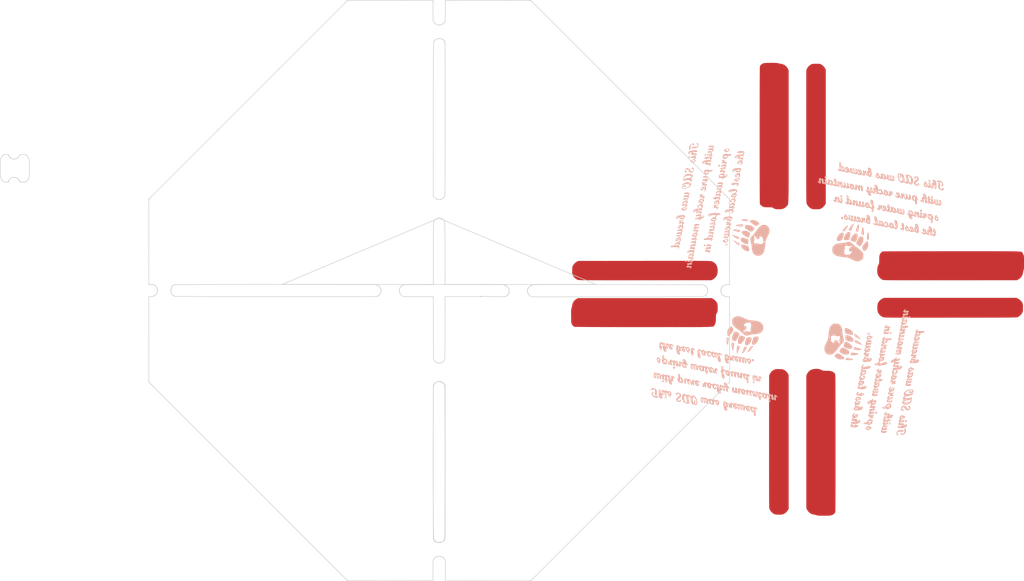
<source format=kicad_pcb>
(kicad_pcb (version 4) (host pcbnew 4.0.7)
  (layers (0 F.Cu signal) (31 B.Cu signal) (34 B.Paste user) (35 F.Paste user) (36 B.SilkS user) (37 F.SilkS user) (38 B.Mask user) (39 F.Mask user) (44 Edge.Cuts user))
  (net 0 "")
  (module LOGO (layer F.Cu) (at 0 0)
    (fp_text reference "G***" hide)
    (fp_text value "LOGO" hide)
  )
  (module LOGO (layer F.Cu) (at 0 0)
    (fp_text reference "G***" hide)
    (fp_text value "LOGO" hide)
  )
  (module LOGO (layer F.Cu) (at 0 0)
    (fp_text reference "G***" hide)
    (fp_text value "LOGO" hide)
  )
  (module LOGO (layer F.Cu) (at 0 0)
    (fp_text reference "G***" hide)
    (fp_text value "LOGO" hide)
    (fp_poly (pts (xy 2.345240 12.178983) (xy 2.391834 12.186732) (xy 2.575132 12.234276) (xy 2.776055 12.306792) (xy 2.895197 12.360897) (xy 2.999023 12.412058) (xy 3.088118 12.447302) (xy 3.181756 12.469588) (xy 3.299212 12.481879) (xy 3.459761 12.487137) (xy 3.682675 12.488324) (xy 3.724552 12.488334) (xy 4.042606 12.493928) (xy 4.293738 12.513093) (xy 4.495100 12.549398) (xy 4.663844 12.606414) (xy 4.817123 12.687711) (xy 4.879189 12.728690) (xy 5.012829 12.849380) (xy 5.115821 12.992496) (xy 5.128142 13.017344) (xy 5.135987 13.037010) (xy 5.143283 13.062237) (xy 5.150048 13.096038) (xy 5.156304 13.141427) (xy 5.162069 13.201416) (xy 5.167366 13.279021) (xy 5.172214 13.377254) (xy 5.176632 13.499128) (xy 5.180642 13.647658) (xy 5.184264 13.825856) (xy 5.187518 14.036737) (xy 5.190424 14.283314) (xy 5.193002 14.568600) (xy 5.195273 14.895608) (xy 5.197257 15.267353) (xy 5.198974 15.686848) (xy 5.200445 16.157106) (xy 5.201689 16.681141) (xy 5.202728 17.261967) (xy 5.203580 17.902596) (xy 5.204267 18.606043) (xy 5.204808 19.375321) (xy 5.205225 20.213443) (xy 5.205537 21.123423) (xy 5.205764 22.108275) (xy 5.205926 23.171012) (xy 5.206045 24.314647) (xy 5.206070 24.614051) (xy 5.206161 25.776921) (xy 5.206221 26.858145) (xy 5.206229 27.860746) (xy 5.206162 28.787746) (xy 5.205998 29.642166) (xy 5.205716 30.427027) (xy 5.205292 31.145352) (xy 5.204705 31.800163) (xy 5.203933 32.394480) (xy 5.202952 32.931325) (xy 5.201742 33.413721) (xy 5.200280 33.844689) (xy 5.198544 34.227251) (xy 5.196511 34.564428) (xy 5.194159 34.859241) (xy 5.191466 35.114714) (xy 5.188411 35.333867) (xy 5.184970 35.519722) (xy 5.181122 35.675301) (xy 5.176844 35.803625) (xy 5.172114 35.907717) (xy 5.166911 35.990597) (xy 5.161211 36.055288) (xy 5.154993 36.104812) (xy 5.148234 36.142189) (xy 5.140913 36.170442) (xy 5.133006 36.192592) (xy 5.124493 36.211661) (xy 5.120845 36.219242) (xy 5.028103 36.358903) (xy 4.904508 36.485164) (xy 4.870962 36.510678) (xy 4.764712 36.579073) (xy 4.658251 36.632887) (xy 4.539931 36.673813) (xy 4.398102 36.703546) (xy 4.221114 36.723779) (xy 3.997318 36.736207) (xy 3.715063 36.742522) (xy 3.362701 36.744420) (xy 3.263522 36.744404) (xy 2.931908 36.743471) (xy 2.673451 36.740843) (xy 2.476647 36.735782) (xy 2.329991 36.727545) (xy 2.221979 36.715395) (xy 2.141106 36.698591) (xy 2.075869 36.676392) (xy 2.053167 36.666562) (xy 1.913663 36.619445) (xy 1.737496 36.581138) (xy 1.625032 36.566197) (xy 1.290117 36.494981) (xy 0.986790 36.349179) (xy 0.725338 36.136150) (xy 0.516046 35.863252) (xy 0.439400 35.718086) (xy 0.317500 35.454167) (xy 0.317500 13.313834) (xy 0.417060 13.067027) (xy 0.559500 12.809149) (xy 0.760523 12.575146) (xy 0.998586 12.386397) (xy 1.211856 12.278299) (xy 1.462190 12.210191) (xy 1.758174 12.169102) (xy 2.064346 12.157781) (xy 2.345240 12.178983)) (layer F.Cu) (width 0.010000))
    (fp_poly (pts (xy -4.289245 12.197627) (xy -4.191000 12.200070) (xy -3.949520 12.208191) (xy -3.774099 12.219394) (xy -3.646129 12.236459) (xy -3.547005 12.262165) (xy -3.458117 12.299295) (xy -3.429000 12.313938) (xy -3.182802 12.478032) (xy -2.956247 12.695968) (xy -2.779297 12.938192) (xy -2.758686 12.975167) (xy -2.645833 13.186834) (xy -2.645833 35.581167) (xy -2.758025 35.793672) (xy -2.923973 36.036547) (xy -3.142760 36.253346) (xy -3.389170 36.421422) (xy -3.527979 36.485133) (xy -3.656380 36.527114) (xy -3.787369 36.553899) (xy -3.944726 36.568318) (xy -4.152234 36.573201) (xy -4.266671 36.573052) (xy -4.526283 36.565523) (xy -4.749283 36.547413) (xy -4.915081 36.520601) (xy -4.953000 36.510395) (xy -5.217360 36.386344) (xy -5.459124 36.195411) (xy -5.662823 35.955081) (xy -5.812988 35.682839) (xy -5.883102 35.459099) (xy -5.888312 35.398930) (xy -5.893104 35.270214) (xy -5.897481 35.071951) (xy -5.901445 34.803143) (xy -5.905001 34.462790) (xy -5.908151 34.049893) (xy -5.910898 33.563454) (xy -5.913245 33.002473) (xy -5.915194 32.365952) (xy -5.916750 31.652891) (xy -5.917915 30.862290) (xy -5.918691 29.993153) (xy -5.919083 29.044478) (xy -5.919092 28.015267) (xy -5.918723 26.904522) (xy -5.917977 25.711242) (xy -5.916858 24.434430) (xy -5.916680 24.257000) (xy -5.905500 13.271500) (xy -5.786654 13.017500) (xy -5.621808 12.750256) (xy -5.401423 12.518083) (xy -5.146146 12.340547) (xy -5.003303 12.275123) (xy -4.893431 12.237711) (xy -4.787292 12.213122) (xy -4.664683 12.199490) (xy -4.505401 12.194947) (xy -4.289245 12.197627)) (layer F.Cu) (width 0.010000))
    (fp_poly (pts (xy -15.303500 0.430353) (xy -15.060037 0.597278) (xy -14.836571 0.818280) (xy -14.662724 1.063319) (xy -14.642563 1.100667) (xy -14.600212 1.193451) (xy -14.570646 1.291866) (xy -14.550858 1.415241) (xy -14.537844 1.582906) (xy -14.528598 1.814191) (xy -14.527858 1.838446) (xy -14.523928 2.133353) (xy -14.534331 2.362651) (xy -14.562320 2.544671) (xy -14.611149 2.697744) (xy -14.684072 2.840199) (xy -14.714198 2.888343) (xy -14.756077 2.958627) (xy -14.784704 3.029202) (xy -14.802577 3.117649) (xy -14.812193 3.241549) (xy -14.816050 3.418481) (xy -14.816666 3.609698) (xy -14.825182 3.966654) (xy -14.852758 4.255361) (xy -14.902437 4.490709) (xy -14.977262 4.687588) (xy -15.069132 4.844936) (xy -15.088266 4.877280) (xy -15.101557 4.907387) (xy -15.111965 4.935335) (xy -15.122449 4.961205) (xy -15.135967 4.985074) (xy -15.155478 5.007021) (xy -15.183940 5.027126) (xy -15.224313 5.045468) (xy -15.279555 5.062125) (xy -15.352624 5.077177) (xy -15.446480 5.090702) (xy -15.564082 5.102779) (xy -15.708387 5.113487) (xy -15.882356 5.122906) (xy -16.088945 5.131114) (xy -16.331115 5.138190) (xy -16.611824 5.144213) (xy -16.934030 5.149261) (xy -17.300693 5.153415) (xy -17.714771 5.156753) (xy -18.179223 5.159353) (xy -18.697007 5.161296) (xy -19.271083 5.162659) (xy -19.904409 5.163521) (xy -20.599943 5.163962) (xy -21.360645 5.164061) (xy -22.189473 5.163896) (xy -23.089386 5.163547) (xy -24.063343 5.163092) (xy -25.114302 5.162610) (xy -26.245223 5.162180) (xy -26.951564 5.161983) (xy -28.265754 5.161519) (xy -29.503320 5.160761) (xy -30.663746 5.159710) (xy -31.746521 5.158369) (xy -32.751131 5.156740) (xy -33.677064 5.154825) (xy -34.523804 5.152626) (xy -35.290840 5.150144) (xy -35.977659 5.147382) (xy -36.583746 5.144342) (xy -37.108589 5.141025) (xy -37.551674 5.137434) (xy -37.912488 5.133571) (xy -38.190518 5.129438) (xy -38.385251 5.125036) (xy -38.496173 5.120368) (xy -38.523311 5.117107) (xy -38.696041 5.008947) (xy -38.851977 4.826354) (xy -38.940274 4.677834) (xy -38.973877 4.612893) (xy -39.000117 4.552543) (xy -39.020044 4.485544) (xy -39.034708 4.400660) (xy -39.045160 4.286650) (xy -39.052449 4.132278) (xy -39.057626 3.926304) (xy -39.061741 3.657490) (xy -39.065587 3.336834) (xy -39.069149 2.994356) (xy -39.070560 2.725212) (xy -39.069220 2.518084) (xy -39.064529 2.361655) (xy -39.055887 2.244605) (xy -39.042694 2.155617) (xy -39.024351 2.083373) (xy -39.000256 2.016554) (xy -38.994895 2.003334) (xy -38.943472 1.840442) (xy -38.904005 1.648216) (xy -38.891292 1.542518) (xy -38.826791 1.238871) (xy -38.687142 0.952801) (xy -38.481761 0.697700) (xy -38.220063 0.486958) (xy -38.100000 0.417177) (xy -37.909500 0.317500) (xy -15.515166 0.317500) (xy -15.303500 0.430353)) (layer F.Cu) (width 0.010000))
    (fp_poly (pts (xy 35.760419 0.397067) (xy 36.025361 0.558526) (xy 36.263255 0.777217) (xy 36.450077 1.029363) (xy 36.504911 1.133804) (xy 36.542662 1.225130) (xy 36.568602 1.319244) (xy 36.584863 1.434460) (xy 36.593578 1.589092) (xy 36.596879 1.801454) (xy 36.597167 1.926167) (xy 36.595835 2.169743) (xy 36.590285 2.347565) (xy 36.578184 2.478525) (xy 36.557201 2.581515) (xy 36.525003 2.675426) (xy 36.496513 2.741526) (xy 36.377199 2.937227) (xy 36.203756 3.137078) (xy 36.001078 3.317415) (xy 35.794060 3.454576) (xy 35.700567 3.498088) (xy 35.677351 3.506298) (xy 35.649569 3.513925) (xy 35.614132 3.520991) (xy 35.567953 3.527521) (xy 35.507943 3.533538) (xy 35.431015 3.539067) (xy 35.334080 3.544130) (xy 35.214051 3.548752) (xy 35.067838 3.552957) (xy 34.892355 3.556768) (xy 34.684513 3.560209) (xy 34.441224 3.563304) (xy 34.159399 3.566077) (xy 33.835952 3.568552) (xy 33.467794 3.570752) (xy 33.051836 3.572701) (xy 32.584991 3.574423) (xy 32.064171 3.575942) (xy 31.486287 3.577282) (xy 30.848252 3.578466) (xy 30.146977 3.579519) (xy 29.379375 3.580463) (xy 28.542357 3.581323) (xy 27.632835 3.582124) (xy 26.647722 3.582887) (xy 25.583928 3.583638) (xy 24.511000 3.584352) (xy 23.321548 3.585052) (xy 22.214164 3.585534) (xy 21.186249 3.585787) (xy 20.235205 3.585801) (xy 19.358432 3.585565) (xy 18.553334 3.585068) (xy 17.817310 3.584300) (xy 17.147763 3.583251) (xy 16.542093 3.581910) (xy 15.997703 3.580266) (xy 15.511993 3.578308) (xy 15.082365 3.576027) (xy 14.706221 3.573411) (xy 14.380962 3.570451) (xy 14.103989 3.567134) (xy 13.872704 3.563452) (xy 13.684508 3.559393) (xy 13.536803 3.554946) (xy 13.426989 3.550102) (xy 13.352469 3.544849) (xy 13.310644 3.539177) (xy 13.308902 3.538770) (xy 12.984468 3.418002) (xy 12.704208 3.228380) (xy 12.477320 2.977910) (xy 12.313001 2.674601) (xy 12.311323 2.670359) (xy 12.269146 2.548710) (xy 12.241637 2.424814) (xy 12.225945 2.275861) (xy 12.219219 2.079041) (xy 12.218302 1.926167) (xy 12.220826 1.691083) (xy 12.230388 1.517338) (xy 12.249973 1.381701) (xy 12.282566 1.260942) (xy 12.315294 1.171361) (xy 12.456421 0.913478) (xy 12.659932 0.676421) (xy 12.903560 0.482532) (xy 13.109361 0.374727) (xy 13.356167 0.275167) (xy 35.496500 0.275167) (xy 35.760419 0.397067)) (layer F.Cu) (width 0.010000))
    (fp_poly (pts (xy -20.334451 -5.920127) (xy -19.689427 -5.919767) (xy -19.104956 -5.919138) (xy -18.578025 -5.918228) (xy -18.105618 -5.917021) (xy -17.684722 -5.915503) (xy -17.312322 -5.913658) (xy -16.985405 -5.911473) (xy -16.700956 -5.908932) (xy -16.455960 -5.906021) (xy -16.247405 -5.902725) (xy -16.072275 -5.899030) (xy -15.927556 -5.894920) (xy -15.810235 -5.890382) (xy -15.717296 -5.885399) (xy -15.645727 -5.879959) (xy -15.592512 -5.874045) (xy -15.554638 -5.867644) (xy -15.531300 -5.861495) (xy -15.216241 -5.714283) (xy -14.952332 -5.502245) (xy -14.746149 -5.232537) (xy -14.604268 -4.912316) (xy -14.579817 -4.826000) (xy -14.539786 -4.578586) (xy -14.528515 -4.290638) (xy -14.544724 -3.995608) (xy -14.587135 -3.726953) (xy -14.627273 -3.584767) (xy -14.727958 -3.388404) (xy -14.884338 -3.183594) (xy -15.073872 -2.994261) (xy -15.274020 -2.844329) (xy -15.377140 -2.788820) (xy -15.599833 -2.688166) (xy -26.670000 -2.679275) (xy -27.847546 -2.678394) (xy -28.943177 -2.677716) (xy -29.959644 -2.677252) (xy -30.899698 -2.677015) (xy -31.766090 -2.677016) (xy -32.561571 -2.677265) (xy -33.288893 -2.677775) (xy -33.950807 -2.678557) (xy -34.550063 -2.679622) (xy -35.089413 -2.680982) (xy -35.571609 -2.682647) (xy -35.999401 -2.684631) (xy -36.375540 -2.686943) (xy -36.702778 -2.689595) (xy -36.983865 -2.692600) (xy -37.221554 -2.695967) (xy -37.418595 -2.699709) (xy -37.577739 -2.703837) (xy -37.701737 -2.708362) (xy -37.793341 -2.713296) (xy -37.855301 -2.718651) (xy -37.890370 -2.724437) (xy -37.894929 -2.725833) (xy -38.207086 -2.869282) (xy -38.458360 -3.059531) (xy -38.664509 -3.310317) (xy -38.769095 -3.487951) (xy -38.814653 -3.579048) (xy -38.846148 -3.661926) (xy -38.866162 -3.754905) (xy -38.877281 -3.876307) (xy -38.882087 -4.044450) (xy -38.883164 -4.277656) (xy -38.883166 -4.296833) (xy -38.882022 -4.537848) (xy -38.876991 -4.712648) (xy -38.865679 -4.839669) (xy -38.845690 -4.937350) (xy -38.814631 -5.024127) (xy -38.778685 -5.101166) (xy -38.624881 -5.340138) (xy -38.416401 -5.563834) (xy -38.181321 -5.744161) (xy -38.078833 -5.801477) (xy -37.867166 -5.905500) (xy -26.798294 -5.916400) (xy -25.645002 -5.917500) (xy -24.573362 -5.918435) (xy -23.580360 -5.919190) (xy -22.662982 -5.919752) (xy -21.818214 -5.920105) (xy -21.043042 -5.920235) (xy -20.334451 -5.920127)) (layer F.Cu) (width 0.010000))
    (fp_poly (pts (xy 30.572648 -7.536027) (xy 31.305640 -7.535624) (xy 31.974689 -7.534861) (xy 32.582756 -7.533656) (xy 33.132802 -7.531930) (xy 33.627786 -7.529603) (xy 34.070669 -7.526595) (xy 34.464413 -7.522826) (xy 34.811977 -7.518216) (xy 35.116322 -7.512685) (xy 35.380408 -7.506153) (xy 35.607197 -7.498541) (xy 35.799648 -7.489767) (xy 35.960722 -7.479753) (xy 36.093379 -7.468419) (xy 36.200581 -7.455684) (xy 36.285288 -7.441468) (xy 36.350459 -7.425692) (xy 36.399056 -7.408276) (xy 36.434040 -7.389139) (xy 36.458370 -7.368201) (xy 36.475008 -7.345384) (xy 36.486913 -7.320606) (xy 36.497047 -7.293788) (xy 36.508370 -7.264850) (xy 36.523842 -7.233711) (xy 36.535764 -7.214785) (xy 36.612371 -7.092058) (xy 36.672457 -6.964446) (xy 36.717690 -6.820327) (xy 36.749738 -6.648075) (xy 36.770270 -6.436066) (xy 36.780955 -6.172677) (xy 36.783461 -5.846282) (xy 36.780405 -5.510505) (xy 36.774859 -5.178050) (xy 36.768033 -4.919179) (xy 36.759116 -4.722809) (xy 36.747298 -4.577860) (xy 36.731770 -4.473248) (xy 36.711722 -4.397892) (xy 36.696351 -4.360333) (xy 36.652801 -4.232863) (xy 36.617126 -4.066544) (xy 36.603429 -3.961675) (xy 36.532340 -3.632058) (xy 36.386250 -3.329760) (xy 36.173366 -3.066450) (xy 35.901895 -2.853798) (xy 35.774866 -2.783618) (xy 35.581167 -2.688166) (xy 24.468667 -2.680409) (xy 23.302150 -2.679645) (xy 22.217393 -2.679050) (xy 21.211492 -2.678637) (xy 20.281542 -2.678419) (xy 19.424635 -2.678409) (xy 18.637868 -2.678622) (xy 17.918334 -2.679070) (xy 17.263127 -2.679767) (xy 16.669343 -2.680726) (xy 16.134076 -2.681961) (xy 15.654420 -2.683484) (xy 15.227470 -2.685311) (xy 14.850321 -2.687452) (xy 14.520066 -2.689923) (xy 14.233800 -2.692737) (xy 13.988618 -2.695906) (xy 13.781614 -2.699445) (xy 13.609882 -2.703366) (xy 13.470518 -2.707684) (xy 13.360616 -2.712411) (xy 13.277269 -2.717560) (xy 13.217573 -2.723146) (xy 13.178622 -2.729182) (xy 13.165667 -2.732482) (xy 12.902061 -2.856344) (xy 12.660391 -3.046979) (xy 12.456411 -3.286717) (xy 12.305874 -3.557891) (xy 12.236891 -3.774180) (xy 12.196093 -4.071464) (xy 12.192443 -4.386400) (xy 12.223137 -4.697249) (xy 12.285367 -4.982271) (xy 12.376326 -5.219726) (xy 12.436551 -5.320730) (xy 12.469271 -5.374622) (xy 12.493254 -5.439990) (xy 12.510269 -5.531109) (xy 12.522085 -5.662256) (xy 12.530472 -5.847707) (xy 12.537198 -6.101740) (xy 12.538021 -6.139529) (xy 12.544381 -6.401033) (xy 12.552035 -6.593954) (xy 12.563222 -6.734372) (xy 12.580183 -6.838368) (xy 12.605156 -6.922020) (xy 12.640382 -7.001407) (xy 12.664632 -7.048500) (xy 12.806389 -7.271057) (xy 12.961093 -7.419744) (xy 13.094339 -7.490180) (xy 13.140226 -7.495300) (xy 13.250767 -7.500088) (xy 13.427145 -7.504548) (xy 13.670542 -7.508686) (xy 13.982142 -7.512507) (xy 14.363127 -7.516013) (xy 14.814681 -7.519211) (xy 15.337987 -7.522105) (xy 15.934227 -7.524700) (xy 16.604585 -7.526999) (xy 17.350244 -7.529008) (xy 18.172385 -7.530732) (xy 19.072194 -7.532174) (xy 20.050852 -7.533340) (xy 21.109542 -7.534235) (xy 22.249448 -7.534861) (xy 23.471753 -7.535226) (xy 24.666108 -7.535333) (xy 25.844928 -7.535419) (xy 26.942041 -7.535623) (xy 27.960410 -7.535866) (xy 28.902993 -7.536068) (xy 29.772752 -7.536148) (xy 30.572648 -7.536027)) (layer F.Cu) (width 0.010000))
    (fp_poly (pts (xy -5.227509 -39.077291) (xy -4.957190 -39.071139) (xy -4.720697 -39.060838) (xy -4.532320 -39.046346) (xy -4.406346 -39.027619) (xy -4.368814 -39.015486) (xy -4.267010 -38.980741) (xy -4.115729 -38.948208) (xy -3.968774 -38.927453) (xy -3.617069 -38.850896) (xy -3.306051 -38.701348) (xy -3.041573 -38.482987) (xy -2.829488 -38.199992) (xy -2.757388 -38.062747) (xy -2.645833 -37.824833) (xy -2.645833 -26.775833) (xy -2.645719 -25.614141) (xy -2.645445 -24.534074) (xy -2.645108 -23.532590) (xy -2.644810 -22.606648) (xy -2.644650 -21.753207) (xy -2.644727 -20.969225) (xy -2.645141 -20.251661) (xy -2.645992 -19.597473) (xy -2.647379 -19.003620) (xy -2.649401 -18.467061) (xy -2.652159 -17.984754) (xy -2.655752 -17.553657) (xy -2.660280 -17.170730) (xy -2.665841 -16.832931) (xy -2.672537 -16.537218) (xy -2.680466 -16.280550) (xy -2.689728 -16.059885) (xy -2.700423 -15.872183) (xy -2.712650 -15.714402) (xy -2.726508 -15.583500) (xy -2.742099 -15.476436) (xy -2.759520 -15.390169) (xy -2.778872 -15.321656) (xy -2.800254 -15.267858) (xy -2.823766 -15.225731) (xy -2.849507 -15.192236) (xy -2.877578 -15.164330) (xy -2.908077 -15.138972) (xy -2.941105 -15.113121) (xy -2.976760 -15.083734) (xy -3.015143 -15.047772) (xy -3.030446 -15.031769) (xy -3.201639 -14.863222) (xy -3.368147 -14.741434) (xy -3.549398 -14.658885) (xy -3.764818 -14.608055) (xy -4.033833 -14.581425) (xy -4.212166 -14.574357) (xy -4.456619 -14.571081) (xy -4.638165 -14.577207) (xy -4.778226 -14.594590) (xy -4.898225 -14.625087) (xy -4.932718 -14.636787) (xy -5.085694 -14.700593) (xy -5.228319 -14.775058) (xy -5.277920 -14.806878) (xy -5.335352 -14.843626) (xy -5.397604 -14.869405) (xy -5.480250 -14.886140) (xy -5.598858 -14.895754) (xy -5.769001 -14.900174) (xy -6.006250 -14.901324) (xy -6.042077 -14.901333) (xy -6.338937 -14.904702) (xy -6.564724 -14.915518) (xy -6.732791 -14.934848) (xy -6.856491 -14.963756) (xy -6.866690 -14.967131) (xy -7.067878 -15.062482) (xy -7.246793 -15.196107) (xy -7.382315 -15.349205) (xy -7.449017 -15.485506) (xy -7.453469 -15.543571) (xy -7.457691 -15.682048) (xy -7.461684 -15.896682) (xy -7.465447 -16.183217) (xy -7.468981 -16.537400) (xy -7.472285 -16.954974) (xy -7.475360 -17.431686) (xy -7.478205 -17.963280) (xy -7.480821 -18.545501) (xy -7.483207 -19.174095) (xy -7.485364 -19.844807) (xy -7.487291 -20.553382) (xy -7.488989 -21.295564) (xy -7.490458 -22.067100) (xy -7.491697 -22.863735) (xy -7.492706 -23.681212) (xy -7.493486 -24.515279) (xy -7.494036 -25.361679) (xy -7.494357 -26.216158) (xy -7.494449 -27.074460) (xy -7.494311 -27.932333) (xy -7.493943 -28.785519) (xy -7.493346 -29.629765) (xy -7.492520 -30.460815) (xy -7.491464 -31.274416) (xy -7.490179 -32.066311) (xy -7.488664 -32.832246) (xy -7.486920 -33.567966) (xy -7.484946 -34.269216) (xy -7.482742 -34.931742) (xy -7.480310 -35.551289) (xy -7.477647 -36.123601) (xy -7.474756 -36.644424) (xy -7.471634 -37.109503) (xy -7.468284 -37.514584) (xy -7.464704 -37.855410) (xy -7.460894 -38.127728) (xy -7.456855 -38.327282) (xy -7.452586 -38.449818) (xy -7.449017 -38.489494) (xy -7.369345 -38.644158) (xy -7.227637 -38.795945) (xy -7.045014 -38.926052) (xy -6.866690 -39.007869) (xy -6.759652 -39.029534) (xy -6.586424 -39.047355) (xy -6.361293 -39.061290) (xy -6.098548 -39.071295) (xy -5.812477 -39.077325) (xy -5.517368 -39.079339) (xy -5.227509 -39.077291)) (layer F.Cu) (width 0.010000))
    (fp_poly (pts (xy 2.218120 -38.924516) (xy 2.399994 -38.920204) (xy 2.531031 -38.910521) (xy 2.628142 -38.893426) (xy 2.708239 -38.866877) (xy 2.788230 -38.828832) (xy 2.794000 -38.825823) (xy 3.040726 -38.660410) (xy 3.267203 -38.442149) (xy 3.443777 -38.200343) (xy 3.464314 -38.163500) (xy 3.577167 -37.951833) (xy 3.577167 -15.557500) (xy 3.464967 -15.345833) (xy 3.268279 -15.060161) (xy 3.012412 -14.821865) (xy 2.815167 -14.697212) (xy 2.721688 -14.651606) (xy 2.632847 -14.619959) (xy 2.529614 -14.599314) (xy 2.392962 -14.586709) (xy 2.203860 -14.579184) (xy 2.032000 -14.575391) (xy 1.742431 -14.574054) (xy 1.523400 -14.583097) (xy 1.361311 -14.603429) (xy 1.270000 -14.626285) (xy 1.001401 -14.754725) (xy 0.757247 -14.949790) (xy 0.553052 -15.193913) (xy 0.404329 -15.469525) (xy 0.339898 -15.679568) (xy 0.334688 -15.739735) (xy 0.329897 -15.868450) (xy 0.325520 -16.066710) (xy 0.321555 -16.335516) (xy 0.318000 -16.675865) (xy 0.314850 -17.088757) (xy 0.312103 -17.575192) (xy 0.309756 -18.136167) (xy 0.307806 -18.772683) (xy 0.306251 -19.485738) (xy 0.305086 -20.276331) (xy 0.304309 -21.145461) (xy 0.303917 -22.094127) (xy 0.303908 -23.123329) (xy 0.304277 -24.234064) (xy 0.305022 -25.427333) (xy 0.306141 -26.704135) (xy 0.306320 -26.882562) (xy 0.317500 -37.868958) (xy 0.456861 -38.152035) (xy 0.641471 -38.442770) (xy 0.882492 -38.673661) (xy 1.139801 -38.830048) (xy 1.223293 -38.867513) (xy 1.307617 -38.893734) (xy 1.409839 -38.910677) (xy 1.547023 -38.920307) (xy 1.736236 -38.924591) (xy 1.968500 -38.925500) (xy 2.218120 -38.924516)) (layer F.Cu) (width 0.010000))
  )
  (module LOGO (layer F.Cu) (at 0 0)
    (fp_text reference "G***" hide)
    (fp_text value "LOGO" hide)
  )
  (module LOGO (layer F.Cu) (at 0 0)
    (fp_text reference "G***" hide)
    (fp_text value "LOGO" hide)
  )
  (gr_line (start -76.152925 -49.558167) (end -76.272298 -49.557651) (layer Edge.Cuts) (width 0.1))
  (gr_line (start -76.272298 -49.557651) (end -76.363248 -49.551966) (layer Edge.Cuts) (width 0.1))
  (gr_line (start -76.363248 -49.551966) (end -76.426810 -49.544731) (layer Edge.Cuts) (width 0.1))
  (gr_line (start -76.426810 -49.544731) (end -76.465051 -49.537497) (layer Edge.Cuts) (width 0.1))
  (gr_line (start -76.465051 -49.537497) (end -76.485715 -49.531812) (layer Edge.Cuts) (width 0.1))
  (gr_line (start -76.485715 -49.531812) (end -76.504315 -49.524061) (layer Edge.Cuts) (width 0.1))
  (gr_line (start -76.504315 -49.524061) (end -76.577694 -49.468767) (layer Edge.Cuts) (width 0.1))
  (gr_line (start -76.577694 -49.468767) (end -76.665028 -49.388152) (layer Edge.Cuts) (width 0.1))
  (gr_line (start -76.665028 -49.388152) (end -76.665557 -49.388668) (layer Edge.Cuts) (width 0.1))
  (gr_line (start -76.665557 -49.388668) (end -76.779246 -49.273946) (layer Edge.Cuts) (width 0.1))
  (gr_line (start -76.779246 -49.273946) (end -76.920322 -49.126668) (layer Edge.Cuts) (width 0.1))
  (gr_line (start -76.920322 -49.126668) (end -87.967195 -38.079798) (layer Edge.Cuts) (width 0.1))
  (gr_line (start -87.967195 -38.079798) (end -87.967724 -38.079798) (layer Edge.Cuts) (width 0.1))
  (gr_line (start -87.967724 -38.079798) (end -87.971349 -38.076181) (layer Edge.Cuts) (width 0.1))
  (gr_line (start -87.971349 -38.076181) (end -88.146016 -37.901514) (layer Edge.Cuts) (width 0.1))
  (gr_line (start -88.146016 -37.901514) (end -90.770661 -35.272734) (layer Edge.Cuts) (width 0.1))
  (gr_line (start -90.770661 -35.272734) (end -93.110054 -32.932826) (layer Edge.Cuts) (width 0.1))
  (gr_line (start -93.110054 -32.932826) (end -98.124734 -27.922795) (layer Edge.Cuts) (width 0.1))
  (gr_line (start -98.124734 -27.922795) (end -98.294750 -27.752780) (layer Edge.Cuts) (width 0.1))
  (gr_line (start -98.294750 -27.752780) (end -98.298877 -27.748645) (layer Edge.Cuts) (width 0.1))
  (gr_line (start -98.298877 -27.748645) (end -98.298877 -27.748115) (layer Edge.Cuts) (width 0.1))
  (gr_line (start -98.298877 -27.748115) (end -109.341612 -16.704863) (layer Edge.Cuts) (width 0.1))
  (gr_line (start -109.341612 -16.704863) (end -109.346268 -16.700735) (layer Edge.Cuts) (width 0.1))
  (gr_line (start -109.346268 -16.700735) (end -109.684231 -16.362772) (layer Edge.Cuts) (width 0.1))
  (gr_line (start -109.684231 -16.362772) (end -109.687856 -16.358645) (layer Edge.Cuts) (width 0.1))
  (gr_line (start -109.687856 -16.358645) (end -109.728163 -16.318338) (layer Edge.Cuts) (width 0.1))
  (gr_line (start -109.728163 -16.318338) (end -109.729221 -16.317280) (layer Edge.Cuts) (width 0.1))
  (gr_line (start -109.729221 -16.317280) (end -109.732846 -16.313655) (layer Edge.Cuts) (width 0.1))
  (gr_line (start -109.732846 -16.313655) (end -109.734433 -16.312068) (layer Edge.Cuts) (width 0.1))
  (gr_line (start -109.734433 -16.312068) (end -109.732317 -16.309951) (layer Edge.Cuts) (width 0.1))
  (gr_line (start -109.732317 -16.309951) (end -109.730200 -16.307834) (layer Edge.Cuts) (width 0.1))
  (gr_line (start -109.730200 -16.307834) (end -109.731788 -16.305718) (layer Edge.Cuts) (width 0.1))
  (gr_line (start -109.731788 -16.305718) (end -109.731788 -16.305189) (layer Edge.Cuts) (width 0.1))
  (gr_line (start -109.731788 -16.305189) (end -109.783982 -16.210621) (layer Edge.Cuts) (width 0.1))
  (gr_line (start -109.783982 -16.210621) (end -109.807741 -16.105717) (layer Edge.Cuts) (width 0.1))
  (gr_line (start -109.807741 -16.105717) (end -109.801550 -15.998748) (layer Edge.Cuts) (width 0.1))
  (gr_line (start -109.801550 -15.998748) (end -109.777791 -15.933118) (layer Edge.Cuts) (width 0.1))
  (gr_line (start -109.777791 -15.933118) (end -109.769536 -8.692216) (layer Edge.Cuts) (width 0.1))
  (gr_line (start -109.769536 -8.692216) (end -109.779881 -8.692216) (layer Edge.Cuts) (width 0.1))
  (gr_line (start -109.779881 -8.692216) (end -109.775753 -4.814417) (layer Edge.Cuts) (width 0.1))
  (gr_line (start -109.775753 -4.814417) (end -109.791761 -4.814946) (layer Edge.Cuts) (width 0.1))
  (gr_line (start -109.791761 -4.814946) (end -109.783479 -2.012532) (layer Edge.Cuts) (width 0.1))
  (gr_line (start -109.783479 -2.012532) (end -109.771599 -2.012532) (layer Edge.Cuts) (width 0.1))
  (gr_line (start -109.771599 -2.012532) (end -109.771599 -1.972225) (layer Edge.Cuts) (width 0.1))
  (gr_line (start -109.771599 -1.972225) (end -109.654294 -1.973813) (layer Edge.Cuts) (width 0.1))
  (gr_line (start -109.654294 -1.973813) (end -109.531821 -1.971696) (layer Edge.Cuts) (width 0.1))
  (gr_line (start -109.531821 -1.971696) (end -109.304446 -1.964473) (layer Edge.Cuts) (width 0.1))
  (gr_line (start -109.304446 -1.964473) (end -109.193858 -1.948969) (layer Edge.Cuts) (width 0.1))
  (gr_line (start -109.193858 -1.948969) (end -109.090504 -1.926241) (layer Edge.Cuts) (width 0.1))
  (gr_line (start -109.090504 -1.926241) (end -108.992835 -1.896269) (layer Edge.Cuts) (width 0.1))
  (gr_line (start -108.992835 -1.896269) (end -108.902403 -1.859576) (layer Edge.Cuts) (width 0.1))
  (gr_line (start -108.902403 -1.859576) (end -108.818171 -1.815653) (layer Edge.Cuts) (width 0.1))
  (gr_line (start -108.818171 -1.815653) (end -108.741172 -1.767075) (layer Edge.Cuts) (width 0.1))
  (gr_line (start -108.741172 -1.767075) (end -108.670374 -1.712299) (layer Edge.Cuts) (width 0.1))
  (gr_line (start -108.670374 -1.712299) (end -108.606298 -1.652355) (layer Edge.Cuts) (width 0.1))
  (gr_line (start -108.606298 -1.652355) (end -108.548936 -1.588275) (layer Edge.Cuts) (width 0.1))
  (gr_line (start -108.548936 -1.588275) (end -108.498292 -1.520063) (layer Edge.Cuts) (width 0.1))
  (gr_line (start -108.498292 -1.520063) (end -108.453850 -1.447715) (layer Edge.Cuts) (width 0.1))
  (gr_line (start -108.453850 -1.447715) (end -108.416128 -1.372785) (layer Edge.Cuts) (width 0.1))
  (gr_line (start -108.416128 -1.372785) (end -108.385638 -1.294239) (layer Edge.Cuts) (width 0.1))
  (gr_line (start -108.385638 -1.294239) (end -108.360846 -1.214655) (layer Edge.Cuts) (width 0.1))
  (gr_line (start -108.360846 -1.214655) (end -108.343278 -1.131972) (layer Edge.Cuts) (width 0.1))
  (gr_line (start -108.343278 -1.131972) (end -108.331901 -1.048774) (layer Edge.Cuts) (width 0.1))
  (gr_line (start -108.331901 -1.048774) (end -108.328805 -0.979011) (layer Edge.Cuts) (width 0.1))
  (gr_line (start -108.328805 -0.979011) (end -108.328276 -0.954723) (layer Edge.Cuts) (width 0.1))
  (gr_line (start -108.328276 -0.954723) (end -108.328805 -0.930434) (layer Edge.Cuts) (width 0.1))
  (gr_line (start -108.328805 -0.930434) (end -108.331901 -0.860668) (layer Edge.Cuts) (width 0.1))
  (gr_line (start -108.331901 -0.860668) (end -108.343278 -0.777470) (layer Edge.Cuts) (width 0.1))
  (gr_line (start -108.343278 -0.777470) (end -108.360846 -0.694788) (layer Edge.Cuts) (width 0.1))
  (gr_line (start -108.360846 -0.694788) (end -108.385638 -0.615207) (layer Edge.Cuts) (width 0.1))
  (gr_line (start -108.385638 -0.615207) (end -108.416128 -0.536657) (layer Edge.Cuts) (width 0.1))
  (gr_line (start -108.416128 -0.536657) (end -108.453850 -0.461727) (layer Edge.Cuts) (width 0.1))
  (gr_line (start -108.453850 -0.461727) (end -108.498292 -0.389379) (layer Edge.Cuts) (width 0.1))
  (gr_line (start -108.498292 -0.389379) (end -108.548936 -0.321167) (layer Edge.Cuts) (width 0.1))
  (gr_line (start -108.548936 -0.321167) (end -108.606298 -0.257088) (layer Edge.Cuts) (width 0.1))
  (gr_line (start -108.606298 -0.257088) (end -108.670374 -0.197144) (layer Edge.Cuts) (width 0.1))
  (gr_line (start -108.670374 -0.197144) (end -108.741172 -0.142367) (layer Edge.Cuts) (width 0.1))
  (gr_line (start -108.741172 -0.142367) (end -108.818171 -0.093792) (layer Edge.Cuts) (width 0.1))
  (gr_line (start -108.818171 -0.093792) (end -108.902403 -0.049866) (layer Edge.Cuts) (width 0.1))
  (gr_line (start -108.902403 -0.049866) (end -108.992835 -0.013176) (layer Edge.Cuts) (width 0.1))
  (gr_line (start -108.992835 -0.013176) (end -109.090504 0.016796) (layer Edge.Cuts) (width 0.1))
  (gr_line (start -109.090504 0.016796) (end -109.193858 0.039523) (layer Edge.Cuts) (width 0.1))
  (gr_line (start -109.193858 0.039523) (end -109.304446 0.055028) (layer Edge.Cuts) (width 0.1))
  (gr_line (start -109.304446 0.055028) (end -109.531821 0.062251) (layer Edge.Cuts) (width 0.1))
  (gr_line (start -109.531821 0.062251) (end -109.654294 0.064368) (layer Edge.Cuts) (width 0.1))
  (gr_line (start -109.654294 0.064368) (end -109.771599 0.062780) (layer Edge.Cuts) (width 0.1))
  (gr_line (start -109.771599 0.062780) (end -109.771599 0.103087) (layer Edge.Cuts) (width 0.1))
  (gr_line (start -109.771599 0.103087) (end -109.783479 0.103087) (layer Edge.Cuts) (width 0.1))
  (gr_line (start -109.783479 0.103087) (end -109.791761 2.905501) (layer Edge.Cuts) (width 0.1))
  (gr_line (start -109.791761 2.905501) (end -109.775753 2.904971) (layer Edge.Cuts) (width 0.1))
  (gr_line (start -109.775753 2.904971) (end -109.779881 6.782771) (layer Edge.Cuts) (width 0.1))
  (gr_line (start -109.779881 6.782771) (end -109.769536 6.782771) (layer Edge.Cuts) (width 0.1))
  (gr_line (start -109.769536 6.782771) (end -109.777791 14.023673) (layer Edge.Cuts) (width 0.1))
  (gr_line (start -109.777791 14.023673) (end -109.801550 14.089300) (layer Edge.Cuts) (width 0.1))
  (gr_line (start -109.801550 14.089300) (end -109.807741 14.196271) (layer Edge.Cuts) (width 0.1))
  (gr_line (start -109.807741 14.196271) (end -109.783982 14.301173) (layer Edge.Cuts) (width 0.1))
  (gr_line (start -109.783982 14.301173) (end -109.731788 14.395743) (layer Edge.Cuts) (width 0.1))
  (gr_line (start -109.731788 14.395743) (end -109.731788 14.396273) (layer Edge.Cuts) (width 0.1))
  (gr_line (start -109.731788 14.396273) (end -109.730200 14.398389) (layer Edge.Cuts) (width 0.1))
  (gr_line (start -109.730200 14.398389) (end -109.732317 14.400506) (layer Edge.Cuts) (width 0.1))
  (gr_line (start -109.732317 14.400506) (end -109.734433 14.402623) (layer Edge.Cuts) (width 0.1))
  (gr_line (start -109.734433 14.402623) (end -109.732846 14.404210) (layer Edge.Cuts) (width 0.1))
  (gr_line (start -109.732846 14.404210) (end -109.729221 14.407835) (layer Edge.Cuts) (width 0.1))
  (gr_line (start -109.729221 14.407835) (end -109.728163 14.408893) (layer Edge.Cuts) (width 0.1))
  (gr_line (start -109.728163 14.408893) (end -109.687856 14.449202) (layer Edge.Cuts) (width 0.1))
  (gr_line (start -109.687856 14.449202) (end -109.684231 14.453330) (layer Edge.Cuts) (width 0.1))
  (gr_line (start -109.684231 14.453330) (end -109.346268 14.791295) (layer Edge.Cuts) (width 0.1))
  (gr_line (start -109.346268 14.791295) (end -109.341612 14.795423) (layer Edge.Cuts) (width 0.1))
  (gr_line (start -109.341612 14.795423) (end -98.298877 25.838160) (layer Edge.Cuts) (width 0.1))
  (gr_line (start -98.298877 25.838160) (end -98.298877 25.838689) (layer Edge.Cuts) (width 0.1))
  (gr_line (start -98.298877 25.838689) (end -98.294750 25.842817) (layer Edge.Cuts) (width 0.1))
  (gr_line (start -98.294750 25.842817) (end -98.124734 26.012833) (layer Edge.Cuts) (width 0.1))
  (gr_line (start -98.124734 26.012833) (end -93.110054 31.022861) (layer Edge.Cuts) (width 0.1))
  (gr_line (start -93.110054 31.022861) (end -90.770661 33.362770) (layer Edge.Cuts) (width 0.1))
  (gr_line (start -90.770661 33.362770) (end -88.146016 35.991551) (layer Edge.Cuts) (width 0.1))
  (gr_line (start -88.146016 35.991551) (end -87.971349 36.166218) (layer Edge.Cuts) (width 0.1))
  (gr_line (start -87.971349 36.166218) (end -87.967724 36.169843) (layer Edge.Cuts) (width 0.1))
  (gr_line (start -87.967724 36.169843) (end -87.967195 36.169843) (layer Edge.Cuts) (width 0.1))
  (gr_line (start -87.967195 36.169843) (end -76.920322 47.216713) (layer Edge.Cuts) (width 0.1))
  (gr_line (start -76.920322 47.216713) (end -76.779246 47.363991) (layer Edge.Cuts) (width 0.1))
  (gr_line (start -76.779246 47.363991) (end -76.665557 47.478714) (layer Edge.Cuts) (width 0.1))
  (gr_line (start -76.665557 47.478714) (end -76.665028 47.478185) (layer Edge.Cuts) (width 0.1))
  (gr_line (start -76.665028 47.478185) (end -76.577694 47.558801) (layer Edge.Cuts) (width 0.1))
  (gr_line (start -76.577694 47.558801) (end -76.504315 47.614093) (layer Edge.Cuts) (width 0.1))
  (gr_line (start -76.504315 47.614093) (end -76.485715 47.621845) (layer Edge.Cuts) (width 0.1))
  (gr_line (start -76.485715 47.621845) (end -76.465051 47.627534) (layer Edge.Cuts) (width 0.1))
  (gr_line (start -76.465051 47.627534) (end -76.426810 47.634757) (layer Edge.Cuts) (width 0.1))
  (gr_line (start -76.426810 47.634757) (end -76.363248 47.641980) (layer Edge.Cuts) (width 0.1))
  (gr_line (start -76.363248 47.641980) (end -76.272298 47.647669) (layer Edge.Cuts) (width 0.1))
  (gr_line (start -76.272298 47.647669) (end -76.152925 47.648198) (layer Edge.Cuts) (width 0.1))
  (gr_line (start -76.152925 47.648198) (end -72.185725 47.644070) (layer Edge.Cuts) (width 0.1))
  (gr_line (start -72.185725 47.644070) (end -72.185725 47.668862) (layer Edge.Cuts) (width 0.1))
  (gr_line (start -72.185725 47.668862) (end -63.738696 47.641475) (layer Edge.Cuts) (width 0.1))
  (gr_line (start -63.738696 47.641475) (end -63.670483 47.640417) (layer Edge.Cuts) (width 0.1))
  (gr_line (start -63.670483 47.640417) (end -62.193054 47.641475) (layer Edge.Cuts) (width 0.1))
  (gr_line (start -62.193054 47.641475) (end -62.193054 44.365706) (layer Edge.Cuts) (width 0.1))
  (gr_line (start -62.193054 44.365706) (end -62.179618 44.312995) (layer Edge.Cuts) (width 0.1))
  (gr_line (start -62.179618 44.312995) (end -62.161531 44.254602) (layer Edge.Cuts) (width 0.1))
  (gr_line (start -62.161531 44.254602) (end -62.123291 44.160550) (layer Edge.Cuts) (width 0.1))
  (gr_line (start -62.123291 44.160550) (end -62.078849 44.072185) (layer Edge.Cuts) (width 0.1))
  (gr_line (start -62.078849 44.072185) (end -62.028723 43.990019) (layer Edge.Cuts) (width 0.1))
  (gr_line (start -62.028723 43.990019) (end -61.972912 43.914054) (layer Edge.Cuts) (width 0.1))
  (gr_line (start -61.972912 43.914054) (end -61.912451 43.844807) (layer Edge.Cuts) (width 0.1))
  (gr_line (start -61.912451 43.844807) (end -61.847856 43.781762) (layer Edge.Cuts) (width 0.1))
  (gr_line (start -61.847856 43.781762) (end -61.778609 43.724919) (layer Edge.Cuts) (width 0.1))
  (gr_line (start -61.778609 43.724919) (end -61.705745 43.674791) (layer Edge.Cuts) (width 0.1))
  (gr_line (start -61.705745 43.674791) (end -61.630298 43.631384) (layer Edge.Cuts) (width 0.1))
  (gr_line (start -61.630298 43.631384) (end -61.561051 43.598311) (layer Edge.Cuts) (width 0.1))
  (gr_line (start -61.561051 43.598311) (end -61.514026 43.580743) (layer Edge.Cuts) (width 0.1))
  (gr_line (start -61.514026 43.580743) (end -61.432894 43.558015) (layer Edge.Cuts) (width 0.1))
  (gr_line (start -61.432894 43.558015) (end -61.350212 43.542008) (layer Edge.Cuts) (width 0.1))
  (gr_line (start -61.350212 43.542008) (end -61.267012 43.532694) (layer Edge.Cuts) (width 0.1))
  (gr_line (start -61.267012 43.532694) (end -61.182780 43.530048) (layer Edge.Cuts) (width 0.1))
  (gr_line (start -61.182780 43.530048) (end -61.098547 43.533673) (layer Edge.Cuts) (width 0.1))
  (gr_line (start -61.098547 43.533673) (end -61.014315 43.545050) (layer Edge.Cuts) (width 0.1))
  (gr_line (start -61.014315 43.545050) (end -60.931116 43.562619) (layer Edge.Cuts) (width 0.1))
  (gr_line (start -60.931116 43.562619) (end -60.848950 43.586405) (layer Edge.Cuts) (width 0.1))
  (gr_line (start -60.848950 43.586405) (end -60.768852 43.616893) (layer Edge.Cuts) (width 0.1))
  (gr_line (start -60.768852 43.616893) (end -60.690303 43.654101) (layer Edge.Cuts) (width 0.1))
  (gr_line (start -60.690303 43.654101) (end -60.614856 43.697508) (layer Edge.Cuts) (width 0.1))
  (gr_line (start -60.614856 43.697508) (end -60.541992 43.747634) (layer Edge.Cuts) (width 0.1))
  (gr_line (start -60.541992 43.747634) (end -60.472746 43.804480) (layer Edge.Cuts) (width 0.1))
  (gr_line (start -60.472746 43.804480) (end -60.408150 43.867524) (layer Edge.Cuts) (width 0.1))
  (gr_line (start -60.408150 43.867524) (end -60.347689 43.936771) (layer Edge.Cuts) (width 0.1))
  (gr_line (start -60.347689 43.936771) (end -60.291878 44.012736) (layer Edge.Cuts) (width 0.1))
  (gr_line (start -60.291878 44.012736) (end -60.241752 44.094899) (layer Edge.Cuts) (width 0.1))
  (gr_line (start -60.241752 44.094899) (end -60.197310 44.183268) (layer Edge.Cuts) (width 0.1))
  (gr_line (start -60.197310 44.183268) (end -60.159070 44.277319) (layer Edge.Cuts) (width 0.1))
  (gr_line (start -60.159070 44.277319) (end -60.127547 44.378604) (layer Edge.Cuts) (width 0.1))
  (gr_line (start -60.127547 44.378604) (end -60.127547 47.664192) (layer Edge.Cuts) (width 0.1))
  (gr_line (start -60.127547 47.664192) (end -55.722131 47.660567) (layer Edge.Cuts) (width 0.1))
  (gr_line (start -55.722131 47.660567) (end -46.167676 47.670912) (layer Edge.Cuts) (width 0.1))
  (gr_line (start -46.167676 47.670912) (end -46.048303 47.670383) (layer Edge.Cuts) (width 0.1))
  (gr_line (start -46.048303 47.670383) (end -45.957353 47.664695) (layer Edge.Cuts) (width 0.1))
  (gr_line (start -45.957353 47.664695) (end -45.893791 47.657472) (layer Edge.Cuts) (width 0.1))
  (gr_line (start -45.893791 47.657472) (end -45.855550 47.650222) (layer Edge.Cuts) (width 0.1))
  (gr_line (start -45.855550 47.650222) (end -45.834878 47.644533) (layer Edge.Cuts) (width 0.1))
  (gr_line (start -45.834878 47.644533) (end -45.816276 47.636781) (layer Edge.Cuts) (width 0.1))
  (gr_line (start -45.816276 47.636781) (end -45.742895 47.581489) (layer Edge.Cuts) (width 0.1))
  (gr_line (start -45.742895 47.581489) (end -45.655562 47.500873) (layer Edge.Cuts) (width 0.1))
  (gr_line (start -45.655562 47.500873) (end -45.655033 47.501402) (layer Edge.Cuts) (width 0.1))
  (gr_line (start -45.655033 47.501402) (end -45.541345 47.386681) (layer Edge.Cuts) (width 0.1))
  (gr_line (start -45.541345 47.386681) (end -45.400268 47.239404) (layer Edge.Cuts) (width 0.1))
  (gr_line (start -45.400268 47.239404) (end -34.353397 36.192531) (layer Edge.Cuts) (width 0.1))
  (gr_line (start -34.353397 36.192531) (end -34.352868 36.192531) (layer Edge.Cuts) (width 0.1))
  (gr_line (start -34.352868 36.192531) (end -34.349251 36.188906) (layer Edge.Cuts) (width 0.1))
  (gr_line (start -34.349251 36.188906) (end -34.174585 36.014241) (layer Edge.Cuts) (width 0.1))
  (gr_line (start -34.174585 36.014241) (end -31.549939 33.385461) (layer Edge.Cuts) (width 0.1))
  (gr_line (start -31.549939 33.385461) (end -29.210547 31.045552) (layer Edge.Cuts) (width 0.1))
  (gr_line (start -29.210547 31.045552) (end -24.195866 26.035521) (layer Edge.Cuts) (width 0.1))
  (gr_line (start -24.195866 26.035521) (end -24.025850 25.865508) (layer Edge.Cuts) (width 0.1))
  (gr_line (start -24.025850 25.865508) (end -24.021715 25.861380) (layer Edge.Cuts) (width 0.1))
  (gr_line (start -24.021715 25.861380) (end -24.021715 25.860851) (layer Edge.Cuts) (width 0.1))
  (gr_line (start -24.021715 25.860851) (end -12.978977 14.818114) (layer Edge.Cuts) (width 0.1))
  (gr_line (start -12.978977 14.818114) (end -12.974320 14.813986) (layer Edge.Cuts) (width 0.1))
  (gr_line (start -12.974320 14.813986) (end -12.636354 14.476023) (layer Edge.Cuts) (width 0.1))
  (gr_line (start -12.636354 14.476023) (end -12.632730 14.471896) (layer Edge.Cuts) (width 0.1))
  (gr_line (start -12.632730 14.471896) (end -12.592423 14.431587) (layer Edge.Cuts) (width 0.1))
  (gr_line (start -12.592423 14.431587) (end -12.591365 14.430528) (layer Edge.Cuts) (width 0.1))
  (gr_line (start -12.591365 14.430528) (end -12.587740 14.426903) (layer Edge.Cuts) (width 0.1))
  (gr_line (start -12.587740 14.426903) (end -12.586152 14.425316) (layer Edge.Cuts) (width 0.1))
  (gr_line (start -12.586152 14.425316) (end -12.588269 14.423199) (layer Edge.Cuts) (width 0.1))
  (gr_line (start -12.588269 14.423199) (end -12.590386 14.421083) (layer Edge.Cuts) (width 0.1))
  (gr_line (start -12.590386 14.421083) (end -12.588798 14.418966) (layer Edge.Cuts) (width 0.1))
  (gr_line (start -12.588798 14.418966) (end -12.588798 14.418437) (layer Edge.Cuts) (width 0.1))
  (gr_line (start -12.588798 14.418437) (end -12.536604 14.323869) (layer Edge.Cuts) (width 0.1))
  (gr_line (start -12.536604 14.323869) (end -12.512844 14.218967) (layer Edge.Cuts) (width 0.1))
  (gr_line (start -12.512844 14.218967) (end -12.519036 14.111996) (layer Edge.Cuts) (width 0.1))
  (gr_line (start -12.519036 14.111996) (end -12.542795 14.046366) (layer Edge.Cuts) (width 0.1))
  (gr_line (start -12.542795 14.046366) (end -12.551050 6.805467) (layer Edge.Cuts) (width 0.1))
  (gr_line (start -12.551050 6.805467) (end -12.540705 6.805467) (layer Edge.Cuts) (width 0.1))
  (gr_line (start -12.540705 6.805467) (end -12.544832 2.927667) (layer Edge.Cuts) (width 0.1))
  (gr_line (start -12.544832 2.927667) (end -12.528799 2.928197) (layer Edge.Cuts) (width 0.1))
  (gr_line (start -12.528799 2.928197) (end -12.537054 0.125783) (layer Edge.Cuts) (width 0.1))
  (gr_line (start -12.537054 0.125783) (end -12.548933 0.125783) (layer Edge.Cuts) (width 0.1))
  (gr_line (start -12.548933 0.125783) (end -12.548933 0.085476) (layer Edge.Cuts) (width 0.1))
  (gr_line (start -12.548933 0.085476) (end -12.666239 0.087064) (layer Edge.Cuts) (width 0.1))
  (gr_line (start -12.666239 0.087064) (end -12.788715 0.084947) (layer Edge.Cuts) (width 0.1))
  (gr_line (start -12.788715 0.084947) (end -13.016090 0.077724) (layer Edge.Cuts) (width 0.1))
  (gr_line (start -13.016090 0.077724) (end -13.126678 0.062219) (layer Edge.Cuts) (width 0.1))
  (gr_line (start -13.126678 0.062219) (end -13.230029 0.039492) (layer Edge.Cuts) (width 0.1))
  (gr_line (start -13.230029 0.039492) (end -13.327697 0.009520) (layer Edge.Cuts) (width 0.1))
  (gr_line (start -13.327697 0.009520) (end -13.418132 -0.027170) (layer Edge.Cuts) (width 0.1))
  (gr_line (start -13.418132 -0.027170) (end -13.502365 -0.071096) (layer Edge.Cuts) (width 0.1))
  (gr_line (start -13.502365 -0.071096) (end -13.579364 -0.119671) (layer Edge.Cuts) (width 0.1))
  (gr_line (start -13.579364 -0.119671) (end -13.650158 -0.174448) (layer Edge.Cuts) (width 0.1))
  (gr_line (start -13.650158 -0.174448) (end -13.714238 -0.234394) (layer Edge.Cuts) (width 0.1))
  (gr_line (start -13.714238 -0.234394) (end -13.771599 -0.298471) (layer Edge.Cuts) (width 0.1))
  (gr_line (start -13.771599 -0.298471) (end -13.822241 -0.366686) (layer Edge.Cuts) (width 0.1))
  (gr_line (start -13.822241 -0.366686) (end -13.866683 -0.439031) (layer Edge.Cuts) (width 0.1))
  (gr_line (start -13.866683 -0.439031) (end -13.904407 -0.513964) (layer Edge.Cuts) (width 0.1))
  (gr_line (start -13.904407 -0.513964) (end -13.934898 -0.592511) (layer Edge.Cuts) (width 0.1))
  (gr_line (start -13.934898 -0.592511) (end -13.959689 -0.672092) (layer Edge.Cuts) (width 0.1))
  (gr_line (start -13.959689 -0.672092) (end -13.977257 -0.754774) (layer Edge.Cuts) (width 0.1))
  (gr_line (start -13.977257 -0.754774) (end -13.988635 -0.837975) (layer Edge.Cuts) (width 0.1))
  (gr_line (start -13.988635 -0.837975) (end -13.991730 -0.907738) (layer Edge.Cuts) (width 0.1))
  (gr_line (start -13.991730 -0.907738) (end -13.992259 -0.932027) (layer Edge.Cuts) (width 0.1))
  (gr_line (start -13.992259 -0.932027) (end -13.991730 -0.956315) (layer Edge.Cuts) (width 0.1))
  (gr_line (start -13.991730 -0.956315) (end -13.988635 -1.026078) (layer Edge.Cuts) (width 0.1))
  (gr_line (start -13.988635 -1.026078) (end -13.977257 -1.109279) (layer Edge.Cuts) (width 0.1))
  (gr_line (start -13.977257 -1.109279) (end -13.959689 -1.191961) (layer Edge.Cuts) (width 0.1))
  (gr_line (start -13.959689 -1.191961) (end -13.934898 -1.271543) (layer Edge.Cuts) (width 0.1))
  (gr_line (start -13.934898 -1.271543) (end -13.904407 -1.350089) (layer Edge.Cuts) (width 0.1))
  (gr_line (start -13.904407 -1.350089) (end -13.866683 -1.425022) (layer Edge.Cuts) (width 0.1))
  (gr_line (start -13.866683 -1.425022) (end -13.822241 -1.497367) (layer Edge.Cuts) (width 0.1))
  (gr_line (start -13.822241 -1.497367) (end -13.771599 -1.565582) (layer Edge.Cuts) (width 0.1))
  (gr_line (start -13.771599 -1.565582) (end -13.714238 -1.629659) (layer Edge.Cuts) (width 0.1))
  (gr_line (start -13.714238 -1.629659) (end -13.650158 -1.689605) (layer Edge.Cuts) (width 0.1))
  (gr_line (start -13.650158 -1.689605) (end -13.579364 -1.744382) (layer Edge.Cuts) (width 0.1))
  (gr_line (start -13.579364 -1.744382) (end -13.502365 -1.792957) (layer Edge.Cuts) (width 0.1))
  (gr_line (start -13.502365 -1.792957) (end -13.418132 -1.836883) (layer Edge.Cuts) (width 0.1))
  (gr_line (start -13.418132 -1.836883) (end -13.327697 -1.873573) (layer Edge.Cuts) (width 0.1))
  (gr_line (start -13.327697 -1.873573) (end -13.230029 -1.903545) (layer Edge.Cuts) (width 0.1))
  (gr_line (start -13.230029 -1.903545) (end -13.126678 -1.926273) (layer Edge.Cuts) (width 0.1))
  (gr_line (start -13.126678 -1.926273) (end -13.016090 -1.941777) (layer Edge.Cuts) (width 0.1))
  (gr_line (start -13.016090 -1.941777) (end -12.788715 -1.949000) (layer Edge.Cuts) (width 0.1))
  (gr_line (start -12.788715 -1.949000) (end -12.666239 -1.951117) (layer Edge.Cuts) (width 0.1))
  (gr_line (start -12.666239 -1.951117) (end -12.548933 -1.949529) (layer Edge.Cuts) (width 0.1))
  (gr_line (start -12.548933 -1.949529) (end -12.548933 -1.989836) (layer Edge.Cuts) (width 0.1))
  (gr_line (start -12.548933 -1.989836) (end -12.537054 -1.989836) (layer Edge.Cuts) (width 0.1))
  (gr_line (start -12.537054 -1.989836) (end -12.528799 -4.792250) (layer Edge.Cuts) (width 0.1))
  (gr_line (start -12.528799 -4.792250) (end -12.544832 -4.791721) (layer Edge.Cuts) (width 0.1))
  (gr_line (start -12.544832 -4.791721) (end -12.540705 -8.669520) (layer Edge.Cuts) (width 0.1))
  (gr_line (start -12.540705 -8.669520) (end -12.551050 -8.669520) (layer Edge.Cuts) (width 0.1))
  (gr_line (start -12.551050 -8.669520) (end -12.542795 -15.910420) (layer Edge.Cuts) (width 0.1))
  (gr_line (start -12.542795 -15.910420) (end -12.519036 -15.976050) (layer Edge.Cuts) (width 0.1))
  (gr_line (start -12.519036 -15.976050) (end -12.512844 -16.083021) (layer Edge.Cuts) (width 0.1))
  (gr_line (start -12.512844 -16.083021) (end -12.536604 -16.187923) (layer Edge.Cuts) (width 0.1))
  (gr_line (start -12.536604 -16.187923) (end -12.588798 -16.282490) (layer Edge.Cuts) (width 0.1))
  (gr_line (start -12.588798 -16.282490) (end -12.588798 -16.283019) (layer Edge.Cuts) (width 0.1))
  (gr_line (start -12.588798 -16.283019) (end -12.590386 -16.285136) (layer Edge.Cuts) (width 0.1))
  (gr_line (start -12.590386 -16.285136) (end -12.588269 -16.287252) (layer Edge.Cuts) (width 0.1))
  (gr_line (start -12.588269 -16.287252) (end -12.586152 -16.289369) (layer Edge.Cuts) (width 0.1))
  (gr_line (start -12.586152 -16.289369) (end -12.587740 -16.290957) (layer Edge.Cuts) (width 0.1))
  (gr_line (start -12.587740 -16.290957) (end -12.591365 -16.294581) (layer Edge.Cuts) (width 0.1))
  (gr_line (start -12.591365 -16.294581) (end -12.592423 -16.295640) (layer Edge.Cuts) (width 0.1))
  (gr_line (start -12.592423 -16.295640) (end -12.632730 -16.335946) (layer Edge.Cuts) (width 0.1))
  (gr_line (start -12.632730 -16.335946) (end -12.636354 -16.340074) (layer Edge.Cuts) (width 0.1))
  (gr_line (start -12.636354 -16.340074) (end -12.974320 -16.678037) (layer Edge.Cuts) (width 0.1))
  (gr_line (start -12.974320 -16.678037) (end -12.978977 -16.682164) (layer Edge.Cuts) (width 0.1))
  (gr_line (start -12.978977 -16.682164) (end -24.021741 -27.725391) (layer Edge.Cuts) (width 0.1))
  (gr_line (start -24.021741 -27.725391) (end -24.021741 -27.725920) (layer Edge.Cuts) (width 0.1))
  (gr_line (start -24.021741 -27.725920) (end -24.025875 -27.730042) (layer Edge.Cuts) (width 0.1))
  (gr_line (start -24.025875 -27.730042) (end -24.195891 -27.900057) (layer Edge.Cuts) (width 0.1))
  (gr_line (start -24.195891 -27.900057) (end -29.210571 -32.910087) (layer Edge.Cuts) (width 0.1))
  (gr_line (start -29.210571 -32.910087) (end -31.549964 -35.249996) (layer Edge.Cuts) (width 0.1))
  (gr_line (start -31.549964 -35.249996) (end -34.174610 -37.878776) (layer Edge.Cuts) (width 0.1))
  (gr_line (start -34.174610 -37.878776) (end -34.349276 -38.053442) (layer Edge.Cuts) (width 0.1))
  (gr_line (start -34.349276 -38.053442) (end -34.352893 -38.057059) (layer Edge.Cuts) (width 0.1))
  (gr_line (start -34.352893 -38.057059) (end -34.353422 -38.057059) (layer Edge.Cuts) (width 0.1))
  (gr_line (start -34.353422 -38.057059) (end -45.400281 -49.103931) (layer Edge.Cuts) (width 0.1))
  (gr_line (start -45.400281 -49.103931) (end -45.541358 -49.251209) (layer Edge.Cuts) (width 0.1))
  (gr_line (start -45.541358 -49.251209) (end -45.655046 -49.365930) (layer Edge.Cuts) (width 0.1))
  (gr_line (start -45.655046 -49.365930) (end -45.655575 -49.365414) (layer Edge.Cuts) (width 0.1))
  (gr_line (start -45.655575 -49.365414) (end -45.742895 -49.446029) (layer Edge.Cuts) (width 0.1))
  (gr_line (start -45.742895 -49.446029) (end -45.816276 -49.501322) (layer Edge.Cuts) (width 0.1))
  (gr_line (start -45.816276 -49.501322) (end -45.834879 -49.509074) (layer Edge.Cuts) (width 0.1))
  (gr_line (start -45.834879 -49.509074) (end -45.855551 -49.514758) (layer Edge.Cuts) (width 0.1))
  (gr_line (start -45.855551 -49.514758) (end -45.893791 -49.521993) (layer Edge.Cuts) (width 0.1))
  (gr_line (start -45.893791 -49.521993) (end -45.957353 -49.529228) (layer Edge.Cuts) (width 0.1))
  (gr_line (start -45.957353 -49.529228) (end -46.048304 -49.534912) (layer Edge.Cuts) (width 0.1))
  (gr_line (start -46.048304 -49.534912) (end -46.167676 -49.535428) (layer Edge.Cuts) (width 0.1))
  (gr_line (start -46.167676 -49.535428) (end -50.134876 -49.530777) (layer Edge.Cuts) (width 0.1))
  (gr_line (start -50.134876 -49.530777) (end -50.134876 -49.555582) (layer Edge.Cuts) (width 0.1))
  (gr_line (start -50.134876 -49.555582) (end -58.581906 -49.528193) (layer Edge.Cuts) (width 0.1))
  (gr_line (start -58.581906 -49.528193) (end -58.631515 -49.527159) (layer Edge.Cuts) (width 0.1))
  (gr_line (start -58.631515 -49.527159) (end -60.127548 -49.528709) (layer Edge.Cuts) (width 0.1))
  (gr_line (start -60.127548 -49.528709) (end -60.127548 -46.252424) (layer Edge.Cuts) (width 0.1))
  (gr_line (start -60.127548 -46.252424) (end -60.139949 -46.202814) (layer Edge.Cuts) (width 0.1))
  (gr_line (start -60.139949 -46.202814) (end -60.159070 -46.141836) (layer Edge.Cuts) (width 0.1))
  (gr_line (start -60.159070 -46.141836) (end -60.197311 -46.047785) (layer Edge.Cuts) (width 0.1))
  (gr_line (start -60.197311 -46.047785) (end -60.241752 -45.959418) (layer Edge.Cuts) (width 0.1))
  (gr_line (start -60.241752 -45.959418) (end -60.291879 -45.877253) (layer Edge.Cuts) (width 0.1))
  (gr_line (start -60.291879 -45.877253) (end -60.347689 -45.801288) (layer Edge.Cuts) (width 0.1))
  (gr_line (start -60.347689 -45.801288) (end -60.408151 -45.732042) (layer Edge.Cuts) (width 0.1))
  (gr_line (start -60.408151 -45.732042) (end -60.472746 -45.668997) (layer Edge.Cuts) (width 0.1))
  (gr_line (start -60.472746 -45.668997) (end -60.541993 -45.612153) (layer Edge.Cuts) (width 0.1))
  (gr_line (start -60.541993 -45.612153) (end -60.614856 -45.562026) (layer Edge.Cuts) (width 0.1))
  (gr_line (start -60.614856 -45.562026) (end -60.690304 -45.518618) (layer Edge.Cuts) (width 0.1))
  (gr_line (start -60.690304 -45.518618) (end -60.765235 -45.482961) (layer Edge.Cuts) (width 0.1))
  (gr_line (start -60.765235 -45.482961) (end -60.768852 -45.481400) (layer Edge.Cuts) (width 0.1))
  (gr_line (start -60.768852 -45.481400) (end -60.806575 -45.467449) (layer Edge.Cuts) (width 0.1))
  (gr_line (start -60.806575 -45.467449) (end -60.887707 -45.444711) (layer Edge.Cuts) (width 0.1))
  (gr_line (start -60.887707 -45.444711) (end -60.970390 -45.428690) (layer Edge.Cuts) (width 0.1))
  (gr_line (start -60.970390 -45.428690) (end -61.053589 -45.419387) (layer Edge.Cuts) (width 0.1))
  (gr_line (start -61.053589 -45.419387) (end -61.137821 -45.417324) (layer Edge.Cuts) (width 0.1))
  (gr_line (start -61.137821 -45.417324) (end -61.222054 -45.420940) (layer Edge.Cuts) (width 0.1))
  (gr_line (start -61.222054 -45.420940) (end -61.306287 -45.432310) (layer Edge.Cuts) (width 0.1))
  (gr_line (start -61.306287 -45.432310) (end -61.389486 -45.449881) (layer Edge.Cuts) (width 0.1))
  (gr_line (start -61.389486 -45.449881) (end -61.471651 -45.473651) (layer Edge.Cuts) (width 0.1))
  (gr_line (start -61.471651 -45.473651) (end -61.551749 -45.504140) (layer Edge.Cuts) (width 0.1))
  (gr_line (start -61.551749 -45.504140) (end -61.630298 -45.541347) (layer Edge.Cuts) (width 0.1))
  (gr_line (start -61.630298 -45.541347) (end -61.705745 -45.584755) (layer Edge.Cuts) (width 0.1))
  (gr_line (start -61.705745 -45.584755) (end -61.778609 -45.634881) (layer Edge.Cuts) (width 0.1))
  (gr_line (start -61.778609 -45.634881) (end -61.847856 -45.691725) (layer Edge.Cuts) (width 0.1))
  (gr_line (start -61.847856 -45.691725) (end -61.912451 -45.754771) (layer Edge.Cuts) (width 0.1))
  (gr_line (start -61.912451 -45.754771) (end -61.972912 -45.824017) (layer Edge.Cuts) (width 0.1))
  (gr_line (start -61.972912 -45.824017) (end -62.028723 -45.899981) (layer Edge.Cuts) (width 0.1))
  (gr_line (start -62.028723 -45.899981) (end -62.078849 -45.982147) (layer Edge.Cuts) (width 0.1))
  (gr_line (start -62.078849 -45.982147) (end -62.123291 -46.070514) (layer Edge.Cuts) (width 0.1))
  (gr_line (start -62.123291 -46.070514) (end -62.161531 -46.164565) (layer Edge.Cuts) (width 0.1))
  (gr_line (start -62.161531 -46.164565) (end -62.193054 -46.265851) (layer Edge.Cuts) (width 0.1))
  (gr_line (start -62.193054 -46.265851) (end -62.193054 -49.551449) (layer Edge.Cuts) (width 0.1))
  (gr_line (start -62.193054 -49.551449) (end -66.598470 -49.547314) (layer Edge.Cuts) (width 0.1))
  (gr_line (start -66.598470 -49.547314) (end -76.152925 -49.558167) (layer Edge.Cuts) (width 0.1))
  (gr_line (start -76.152925 -49.558167) (end -76.152925 -49.558167) (layer Edge.Cuts) (width 0.1))
  (gr_line (start -61.212752 -13.081841) (end -61.304736 -13.077714) (layer Edge.Cuts) (width 0.1))
  (gr_line (start -61.304736 -13.077714) (end -61.395687 -13.064273) (layer Edge.Cuts) (width 0.1))
  (gr_line (start -61.395687 -13.064273) (end -61.453047 -13.050832) (layer Edge.Cuts) (width 0.1))
  (gr_line (start -61.453047 -13.050832) (end -61.509892 -13.032232) (layer Edge.Cuts) (width 0.1))
  (gr_line (start -61.509892 -13.032232) (end -61.565702 -13.010007) (layer Edge.Cuts) (width 0.1))
  (gr_line (start -61.565702 -13.010007) (end -61.620479 -12.983654) (layer Edge.Cuts) (width 0.1))
  (gr_line (start -61.620479 -12.983654) (end -61.725382 -12.920610) (layer Edge.Cuts) (width 0.1))
  (gr_line (start -61.725382 -12.920610) (end -61.822534 -12.844645) (layer Edge.Cuts) (width 0.1))
  (gr_line (start -61.822534 -12.844645) (end -61.908834 -12.757830) (layer Edge.Cuts) (width 0.1))
  (gr_line (start -61.908834 -12.757830) (end -61.983248 -12.662228) (layer Edge.Cuts) (width 0.1))
  (gr_line (start -61.983248 -12.662228) (end -62.014770 -12.612103) (layer Edge.Cuts) (width 0.1))
  (gr_line (start -62.014770 -12.612103) (end -62.042676 -12.559908) (layer Edge.Cuts) (width 0.1))
  (gr_line (start -62.042676 -12.559908) (end -62.065930 -12.507198) (layer Edge.Cuts) (width 0.1))
  (gr_line (start -62.065930 -12.507198) (end -62.085051 -12.452937) (layer Edge.Cuts) (width 0.1))
  (gr_line (start -62.085051 -12.452937) (end -62.089703 -12.395060) (layer Edge.Cuts) (width 0.1))
  (gr_line (start -62.089703 -12.395060) (end -62.093838 -12.383683) (layer Edge.Cuts) (width 0.1))
  (gr_line (start -62.093838 -12.383683) (end -62.100040 -12.309787) (layer Edge.Cuts) (width 0.1))
  (gr_line (start -62.100040 -12.309787) (end -62.105723 -12.130468) (layer Edge.Cuts) (width 0.1))
  (gr_line (start -62.105723 -12.130468) (end -62.116576 -11.480379) (layer Edge.Cuts) (width 0.1))
  (gr_line (start -62.116576 -11.480379) (end -62.133629 -9.162693) (layer Edge.Cuts) (width 0.1))
  (gr_line (start -62.133629 -9.162693) (end -62.144482 -5.782538) (layer Edge.Cuts) (width 0.1))
  (gr_line (start -62.144482 -5.782538) (end -62.147075 -1.940912) (layer Edge.Cuts) (width 0.1))
  (gr_line (start -62.147075 -1.940912) (end -63.005421 -1.932631) (layer Edge.Cuts) (width 0.1))
  (gr_line (start -63.005421 -1.932631) (end -64.272527 -1.937790) (layer Edge.Cuts) (width 0.1))
  (gr_line (start -64.272527 -1.937790) (end -67.069255 -1.936202) (layer Edge.Cuts) (width 0.1))
  (gr_line (start -67.069255 -1.936202) (end -67.069255 -1.869022) (layer Edge.Cuts) (width 0.1))
  (gr_line (start -67.069255 -1.869022) (end -67.122482 -1.865397) (layer Edge.Cuts) (width 0.1))
  (gr_line (start -67.122482 -1.865397) (end -67.183460 -1.846797) (layer Edge.Cuts) (width 0.1))
  (gr_line (start -67.183460 -1.846797) (end -67.243405 -1.823540) (layer Edge.Cuts) (width 0.1))
  (gr_line (start -67.243405 -1.823540) (end -67.301799 -1.796150) (layer Edge.Cuts) (width 0.1))
  (gr_line (start -67.301799 -1.796150) (end -67.358643 -1.765144) (layer Edge.Cuts) (width 0.1))
  (gr_line (start -67.358643 -1.765144) (end -67.413420 -1.730521) (layer Edge.Cuts) (width 0.1))
  (gr_line (start -67.413420 -1.730521) (end -67.465613 -1.692280) (layer Edge.Cuts) (width 0.1))
  (gr_line (start -67.465613 -1.692280) (end -67.515740 -1.650939) (layer Edge.Cuts) (width 0.1))
  (gr_line (start -67.515740 -1.650939) (end -67.563282 -1.606497) (layer Edge.Cuts) (width 0.1))
  (gr_line (start -67.563282 -1.606497) (end -67.607723 -1.559473) (layer Edge.Cuts) (width 0.1))
  (gr_line (start -67.607723 -1.559473) (end -67.648548 -1.510379) (layer Edge.Cuts) (width 0.1))
  (gr_line (start -67.648548 -1.510379) (end -67.686272 -1.458704) (layer Edge.Cuts) (width 0.1))
  (gr_line (start -67.686272 -1.458704) (end -67.720378 -1.405477) (layer Edge.Cuts) (width 0.1))
  (gr_line (start -67.720378 -1.405477) (end -67.750351 -1.350182) (layer Edge.Cuts) (width 0.1))
  (gr_line (start -67.750351 -1.350182) (end -67.776190 -1.293339) (layer Edge.Cuts) (width 0.1))
  (gr_line (start -67.776190 -1.293339) (end -67.797894 -1.235461) (layer Edge.Cuts) (width 0.1))
  (gr_line (start -67.797894 -1.235461) (end -67.814430 -1.176549) (layer Edge.Cuts) (width 0.1))
  (gr_line (start -67.814430 -1.176549) (end -67.828900 -1.108337) (layer Edge.Cuts) (width 0.1))
  (gr_line (start -67.828900 -1.108337) (end -67.838719 -1.041157) (layer Edge.Cuts) (width 0.1))
  (gr_line (start -67.838719 -1.041157) (end -67.844402 -0.975011) (layer Edge.Cuts) (width 0.1))
  (gr_line (start -67.844402 -0.975011) (end -67.845434 -0.909384) (layer Edge.Cuts) (width 0.1))
  (gr_line (start -67.845434 -0.909384) (end -67.841298 -0.844788) (layer Edge.Cuts) (width 0.1))
  (gr_line (start -67.841298 -0.844788) (end -67.833546 -0.781225) (layer Edge.Cuts) (width 0.1))
  (gr_line (start -67.833546 -0.781225) (end -67.820627 -0.718180) (layer Edge.Cuts) (width 0.1))
  (gr_line (start -67.820627 -0.718180) (end -67.803056 -0.656169) (layer Edge.Cuts) (width 0.1))
  (gr_line (start -67.803056 -0.656169) (end -67.781352 -0.594672) (layer Edge.Cuts) (width 0.1))
  (gr_line (start -67.781352 -0.594672) (end -67.754480 -0.534212) (layer Edge.Cuts) (width 0.1))
  (gr_line (start -67.754480 -0.534212) (end -67.723474 -0.474268) (layer Edge.Cuts) (width 0.1))
  (gr_line (start -67.723474 -0.474268) (end -67.687817 -0.414840) (layer Edge.Cuts) (width 0.1))
  (gr_line (start -67.687817 -0.414840) (end -67.647510 -0.355928) (layer Edge.Cuts) (width 0.1))
  (gr_line (start -67.647510 -0.355928) (end -67.602551 -0.298051) (layer Edge.Cuts) (width 0.1))
  (gr_line (start -67.602551 -0.298051) (end -67.498682 -0.183846) (layer Edge.Cuts) (width 0.1))
  (gr_line (start -67.498682 -0.183846) (end -67.243400 0.071953) (layer Edge.Cuts) (width 0.1))
  (gr_line (start -67.243400 0.071953) (end -64.272522 0.073541) (layer Edge.Cuts) (width 0.1))
  (gr_line (start -64.272522 0.073541) (end -62.428707 0.065789) (layer Edge.Cuts) (width 0.1))
  (gr_line (start -62.428707 0.065789) (end -62.147070 0.064730) (layer Edge.Cuts) (width 0.1))
  (gr_line (start -62.147070 0.064730) (end -62.144478 3.918244) (layer Edge.Cuts) (width 0.1))
  (gr_line (start -62.144478 3.918244) (end -62.133624 7.298399) (layer Edge.Cuts) (width 0.1))
  (gr_line (start -62.133624 7.298399) (end -62.116572 9.616085) (layer Edge.Cuts) (width 0.1))
  (gr_line (start -62.116572 9.616085) (end -62.105719 10.266174) (layer Edge.Cuts) (width 0.1))
  (gr_line (start -62.105719 10.266174) (end -62.100035 10.445493) (layer Edge.Cuts) (width 0.1))
  (gr_line (start -62.100035 10.445493) (end -62.093834 10.519391) (layer Edge.Cuts) (width 0.1))
  (gr_line (start -62.093834 10.519391) (end -62.085049 10.542648) (layer Edge.Cuts) (width 0.1))
  (gr_line (start -62.085049 10.542648) (end -62.085049 10.543177) (layer Edge.Cuts) (width 0.1))
  (gr_line (start -62.085049 10.543177) (end -62.065928 10.597438) (layer Edge.Cuts) (width 0.1))
  (gr_line (start -62.065928 10.597438) (end -62.042674 10.650148) (layer Edge.Cuts) (width 0.1))
  (gr_line (start -62.042674 10.650148) (end -62.014768 10.702340) (layer Edge.Cuts) (width 0.1))
  (gr_line (start -62.014768 10.702340) (end -61.983246 10.752465) (layer Edge.Cuts) (width 0.1))
  (gr_line (start -61.983246 10.752465) (end -61.908832 10.848067) (layer Edge.Cuts) (width 0.1))
  (gr_line (start -61.908832 10.848067) (end -61.822532 10.934885) (layer Edge.Cuts) (width 0.1))
  (gr_line (start -61.822532 10.934885) (end -61.725380 11.010850) (layer Edge.Cuts) (width 0.1))
  (gr_line (start -61.725380 11.010850) (end -61.620477 11.073894) (layer Edge.Cuts) (width 0.1))
  (gr_line (start -61.620477 11.073894) (end -61.565700 11.100247) (layer Edge.Cuts) (width 0.1))
  (gr_line (start -61.565700 11.100247) (end -61.509890 11.122472) (layer Edge.Cuts) (width 0.1))
  (gr_line (start -61.509890 11.122472) (end -61.453046 11.141072) (layer Edge.Cuts) (width 0.1))
  (gr_line (start -61.453046 11.141072) (end -61.395685 11.154513) (layer Edge.Cuts) (width 0.1))
  (gr_line (start -61.395685 11.154513) (end -61.382765 11.156630) (layer Edge.Cuts) (width 0.1))
  (gr_line (start -61.382765 11.156630) (end -61.382236 11.156630) (layer Edge.Cuts) (width 0.1))
  (gr_line (start -61.382236 11.156630) (end -61.291802 11.177823) (layer Edge.Cuts) (width 0.1))
  (gr_line (start -61.291802 11.177823) (end -61.200335 11.190232) (layer Edge.Cuts) (width 0.1))
  (gr_line (start -61.200335 11.190232) (end -61.107834 11.194888) (layer Edge.Cuts) (width 0.1))
  (gr_line (start -61.107834 11.194888) (end -61.015850 11.190761) (layer Edge.Cuts) (width 0.1))
  (gr_line (start -61.015850 11.190761) (end -60.924900 11.177320) (layer Edge.Cuts) (width 0.1))
  (gr_line (start -60.924900 11.177320) (end -60.867539 11.163879) (layer Edge.Cuts) (width 0.1))
  (gr_line (start -60.867539 11.163879) (end -60.810695 11.145279) (layer Edge.Cuts) (width 0.1))
  (gr_line (start -60.810695 11.145279) (end -60.754884 11.123054) (layer Edge.Cuts) (width 0.1))
  (gr_line (start -60.754884 11.123054) (end -60.700107 11.096702) (layer Edge.Cuts) (width 0.1))
  (gr_line (start -60.700107 11.096702) (end -60.595204 11.033654) (layer Edge.Cuts) (width 0.1))
  (gr_line (start -60.595204 11.033654) (end -60.498052 10.957689) (layer Edge.Cuts) (width 0.1))
  (gr_line (start -60.498052 10.957689) (end -60.411752 10.870874) (layer Edge.Cuts) (width 0.1))
  (gr_line (start -60.411752 10.870874) (end -60.337338 10.775272) (layer Edge.Cuts) (width 0.1))
  (gr_line (start -60.337338 10.775272) (end -60.305816 10.725147) (layer Edge.Cuts) (width 0.1))
  (gr_line (start -60.305816 10.725147) (end -60.277911 10.672953) (layer Edge.Cuts) (width 0.1))
  (gr_line (start -60.277911 10.672953) (end -60.254656 10.620242) (layer Edge.Cuts) (width 0.1))
  (gr_line (start -60.254656 10.620242) (end -60.235535 10.565984) (layer Edge.Cuts) (width 0.1))
  (gr_line (start -60.235535 10.565984) (end -60.230884 10.508107) (layer Edge.Cuts) (width 0.1))
  (gr_line (start -60.230884 10.508107) (end -60.226748 10.496730) (layer Edge.Cuts) (width 0.1))
  (gr_line (start -60.226748 10.496730) (end -60.220546 10.422832) (layer Edge.Cuts) (width 0.1))
  (gr_line (start -60.220546 10.422832) (end -60.214863 10.243516) (layer Edge.Cuts) (width 0.1))
  (gr_line (start -60.214863 10.243516) (end -60.204010 9.593426) (layer Edge.Cuts) (width 0.1))
  (gr_line (start -60.204010 9.593426) (end -60.186957 7.275737) (layer Edge.Cuts) (width 0.1))
  (gr_line (start -60.186957 7.275737) (end -60.176104 3.895582) (layer Edge.Cuts) (width 0.1))
  (gr_line (start -60.176104 3.895582) (end -60.173511 0.053956) (layer Edge.Cuts) (width 0.1))
  (gr_line (start -60.173511 0.053956) (end -59.315166 0.045701) (layer Edge.Cuts) (width 0.1))
  (gr_line (start -59.315166 0.045701) (end -58.048060 0.050861) (layer Edge.Cuts) (width 0.1))
  (gr_line (start -58.048060 0.050861) (end -53.955803 0.048744) (layer Edge.Cuts) (width 0.1))
  (gr_line (start -53.955803 0.048744) (end -54.279297 0.037896) (layer Edge.Cuts) (width 0.1))
  (gr_line (start -54.279297 0.037896) (end -52.960515 0.028080) (layer Edge.Cuts) (width 0.1))
  (gr_line (start -52.960515 0.028080) (end -52.948630 0.032737) (layer Edge.Cuts) (width 0.1))
  (gr_line (start -52.948630 0.032737) (end -52.948101 0.032208) (layer Edge.Cuts) (width 0.1))
  (gr_line (start -52.948101 0.032208) (end -52.834929 0.039960) (layer Edge.Cuts) (width 0.1))
  (gr_line (start -52.834929 0.039960) (end -52.542441 0.047210) (layer Edge.Cuts) (width 0.1))
  (gr_line (start -52.542441 0.047210) (end -51.459819 0.060650) (layer Edge.Cuts) (width 0.1))
  (gr_line (start -51.459819 0.060650) (end -50.231471 0.069435) (layer Edge.Cuts) (width 0.1))
  (gr_line (start -50.231471 0.069435) (end -50.231471 0.064275) (layer Edge.Cuts) (width 0.1))
  (gr_line (start -50.231471 0.064275) (end -50.185479 0.062688) (layer Edge.Cuts) (width 0.1))
  (gr_line (start -50.185479 0.062688) (end -50.111581 0.056496) (layer Edge.Cuts) (width 0.1))
  (gr_line (start -50.111581 0.056496) (end -50.088327 0.047712) (layer Edge.Cuts) (width 0.1))
  (gr_line (start -50.088327 0.047712) (end -50.087810 0.047712) (layer Edge.Cuts) (width 0.1))
  (gr_line (start -50.087810 0.047712) (end -50.033550 0.028583) (layer Edge.Cuts) (width 0.1))
  (gr_line (start -50.033550 0.028583) (end -49.980840 0.005326) (layer Edge.Cuts) (width 0.1))
  (gr_line (start -49.980840 0.005326) (end -49.928647 -0.022580) (layer Edge.Cuts) (width 0.1))
  (gr_line (start -49.928647 -0.022580) (end -49.878521 -0.054102) (layer Edge.Cuts) (width 0.1))
  (gr_line (start -49.878521 -0.054102) (end -49.782919 -0.128516) (layer Edge.Cuts) (width 0.1))
  (gr_line (start -49.782919 -0.128516) (end -49.696103 -0.214815) (layer Edge.Cuts) (width 0.1))
  (gr_line (start -49.696103 -0.214815) (end -49.620139 -0.311965) (layer Edge.Cuts) (width 0.1))
  (gr_line (start -49.620139 -0.311965) (end -49.557093 -0.416870) (layer Edge.Cuts) (width 0.1))
  (gr_line (start -49.557093 -0.416870) (end -49.530738 -0.471646) (layer Edge.Cuts) (width 0.1))
  (gr_line (start -49.530738 -0.471646) (end -49.508518 -0.527458) (layer Edge.Cuts) (width 0.1))
  (gr_line (start -49.508518 -0.527458) (end -49.489914 -0.584301) (layer Edge.Cuts) (width 0.1))
  (gr_line (start -49.489914 -0.584301) (end -49.476478 -0.641662) (layer Edge.Cuts) (width 0.1))
  (gr_line (start -49.476478 -0.641662) (end -49.474412 -0.654574) (layer Edge.Cuts) (width 0.1))
  (gr_line (start -49.474412 -0.654574) (end -49.474412 -0.655209) (layer Edge.Cuts) (width 0.1))
  (gr_line (start -49.474412 -0.655209) (end -49.453225 -0.745644) (layer Edge.Cuts) (width 0.1))
  (gr_line (start -49.453225 -0.745644) (end -49.440822 -0.837110) (layer Edge.Cuts) (width 0.1))
  (gr_line (start -49.440822 -0.837110) (end -49.436172 -0.929611) (layer Edge.Cuts) (width 0.1))
  (gr_line (start -49.436172 -0.929611) (end -49.440306 -1.021596) (layer Edge.Cuts) (width 0.1))
  (gr_line (start -49.440306 -1.021596) (end -49.453742 -1.112547) (layer Edge.Cuts) (width 0.1))
  (gr_line (start -49.453742 -1.112547) (end -49.467177 -1.169906) (layer Edge.Cuts) (width 0.1))
  (gr_line (start -49.467177 -1.169906) (end -49.485781 -1.226751) (layer Edge.Cuts) (width 0.1))
  (gr_line (start -49.485781 -1.226751) (end -49.508001 -1.282560) (layer Edge.Cuts) (width 0.1))
  (gr_line (start -49.508001 -1.282560) (end -49.534356 -1.337337) (layer Edge.Cuts) (width 0.1))
  (gr_line (start -49.534356 -1.337337) (end -49.597402 -1.442241) (layer Edge.Cuts) (width 0.1))
  (gr_line (start -49.597402 -1.442241) (end -49.673366 -1.539394) (layer Edge.Cuts) (width 0.1))
  (gr_line (start -49.673366 -1.539394) (end -49.760182 -1.625693) (layer Edge.Cuts) (width 0.1))
  (gr_line (start -49.760182 -1.625693) (end -49.855784 -1.700107) (layer Edge.Cuts) (width 0.1))
  (gr_line (start -49.855784 -1.700107) (end -49.905910 -1.731629) (layer Edge.Cuts) (width 0.1))
  (gr_line (start -49.905910 -1.731629) (end -49.958103 -1.759535) (layer Edge.Cuts) (width 0.1))
  (gr_line (start -49.958103 -1.759535) (end -50.010813 -1.782792) (layer Edge.Cuts) (width 0.1))
  (gr_line (start -50.010813 -1.782792) (end -50.065073 -1.801921) (layer Edge.Cuts) (width 0.1))
  (gr_line (start -50.065073 -1.801921) (end -50.122951 -1.806578) (layer Edge.Cuts) (width 0.1))
  (gr_line (start -50.122951 -1.806578) (end -50.134320 -1.810705) (layer Edge.Cuts) (width 0.1))
  (gr_line (start -50.134320 -1.810705) (end -50.208217 -1.816896) (layer Edge.Cuts) (width 0.1))
  (gr_line (start -50.208217 -1.816896) (end -50.231471 -1.817426) (layer Edge.Cuts) (width 0.1))
  (gr_line (start -50.231471 -1.817426) (end -50.231471 -1.933697) (layer Edge.Cuts) (width 0.1))
  (gr_line (start -50.231471 -1.933697) (end -51.459820 -1.924913) (layer Edge.Cuts) (width 0.1))
  (gr_line (start -51.459820 -1.924913) (end -51.570408 -1.923325) (layer Edge.Cuts) (width 0.1))
  (gr_line (start -51.570408 -1.923325) (end -51.962115 -1.930046) (layer Edge.Cuts) (width 0.1))
  (gr_line (start -51.962115 -1.930046) (end -54.279286 -1.947614) (layer Edge.Cuts) (width 0.1))
  (gr_line (start -54.279286 -1.947614) (end -53.955792 -1.958462) (layer Edge.Cuts) (width 0.1))
  (gr_line (start -53.955792 -1.958462) (end -58.048049 -1.960578) (layer Edge.Cuts) (width 0.1))
  (gr_line (start -58.048049 -1.960578) (end -59.891864 -1.952826) (layer Edge.Cuts) (width 0.1))
  (gr_line (start -59.891864 -1.952826) (end -60.173500 -1.951768) (layer Edge.Cuts) (width 0.1))
  (gr_line (start -60.173500 -1.951768) (end -60.176093 -5.805278) (layer Edge.Cuts) (width 0.1))
  (gr_line (start -60.176093 -5.805278) (end -60.186946 -9.185434) (layer Edge.Cuts) (width 0.1))
  (gr_line (start -60.186946 -9.185434) (end -60.203999 -11.503123) (layer Edge.Cuts) (width 0.1))
  (gr_line (start -60.203999 -11.503123) (end -60.214852 -12.153212) (layer Edge.Cuts) (width 0.1))
  (gr_line (start -60.214852 -12.153212) (end -60.220535 -12.332531) (layer Edge.Cuts) (width 0.1))
  (gr_line (start -60.220535 -12.332531) (end -60.226737 -12.406426) (layer Edge.Cuts) (width 0.1))
  (gr_line (start -60.226737 -12.406426) (end -60.235521 -12.429683) (layer Edge.Cuts) (width 0.1))
  (gr_line (start -60.235521 -12.429683) (end -60.235521 -12.430212) (layer Edge.Cuts) (width 0.1))
  (gr_line (start -60.235521 -12.430212) (end -60.254643 -12.484470) (layer Edge.Cuts) (width 0.1))
  (gr_line (start -60.254643 -12.484470) (end -60.277897 -12.537181) (layer Edge.Cuts) (width 0.1))
  (gr_line (start -60.277897 -12.537181) (end -60.305802 -12.589375) (layer Edge.Cuts) (width 0.1))
  (gr_line (start -60.305802 -12.589375) (end -60.337325 -12.639500) (layer Edge.Cuts) (width 0.1))
  (gr_line (start -60.337325 -12.639500) (end -60.411739 -12.735102) (layer Edge.Cuts) (width 0.1))
  (gr_line (start -60.411739 -12.735102) (end -60.498038 -12.821920) (layer Edge.Cuts) (width 0.1))
  (gr_line (start -60.498038 -12.821920) (end -60.595190 -12.897882) (layer Edge.Cuts) (width 0.1))
  (gr_line (start -60.595190 -12.897882) (end -60.700093 -12.960929) (layer Edge.Cuts) (width 0.1))
  (gr_line (start -60.700093 -12.960929) (end -60.754871 -12.987282) (layer Edge.Cuts) (width 0.1))
  (gr_line (start -60.754871 -12.987282) (end -60.810681 -13.009507) (layer Edge.Cuts) (width 0.1))
  (gr_line (start -60.810681 -13.009507) (end -60.867525 -13.028107) (layer Edge.Cuts) (width 0.1))
  (gr_line (start -60.867525 -13.028107) (end -60.924886 -13.041548) (layer Edge.Cuts) (width 0.1))
  (gr_line (start -60.924886 -13.041548) (end -60.937806 -13.043665) (layer Edge.Cuts) (width 0.1))
  (gr_line (start -60.937806 -13.043665) (end -60.938335 -13.043665) (layer Edge.Cuts) (width 0.1))
  (gr_line (start -60.938335 -13.043665) (end -61.028768 -13.064858) (layer Edge.Cuts) (width 0.1))
  (gr_line (start -61.028768 -13.064858) (end -61.120236 -13.077267) (layer Edge.Cuts) (width 0.1))
  (gr_line (start -61.120236 -13.077267) (end -61.212752 -13.081841) (layer Edge.Cuts) (width 0.1))
  (gr_line (start -61.212752 -13.081841) (end -87.425622 -1.987428) (layer Edge.Cuts) (width 0.1))
  (gr_line (start -87.425622 -1.987428) (end -95.602384 -1.978644) (layer Edge.Cuts) (width 0.1))
  (gr_line (start -95.602384 -1.978644) (end -98.702454 -1.970389) (layer Edge.Cuts) (width 0.1))
  (gr_line (start -98.702454 -1.970389) (end -101.183439 -1.959012) (layer Edge.Cuts) (width 0.1))
  (gr_line (start -101.183439 -1.959012) (end -103.075313 -1.944037) (layer Edge.Cuts) (width 0.1))
  (gr_line (start -103.075313 -1.944037) (end -103.608612 -1.936814) (layer Edge.Cuts) (width 0.1))
  (gr_line (start -103.608612 -1.936814) (end -105.398685 -1.936814) (layer Edge.Cuts) (width 0.1))
  (gr_line (start -105.398685 -1.936814) (end -105.455012 -1.889271) (layer Edge.Cuts) (width 0.1))
  (gr_line (start -105.455012 -1.889271) (end -105.486535 -1.885646) (layer Edge.Cuts) (width 0.1))
  (gr_line (start -105.486535 -1.885646) (end -105.517541 -1.878925) (layer Edge.Cuts) (width 0.1))
  (gr_line (start -105.517541 -1.878925) (end -105.633297 -1.826731) (layer Edge.Cuts) (width 0.1))
  (gr_line (start -105.633297 -1.826731) (end -105.729930 -1.774023) (layer Edge.Cuts) (width 0.1))
  (gr_line (start -105.729930 -1.774023) (end -105.809512 -1.717178) (layer Edge.Cuts) (width 0.1))
  (gr_line (start -105.809512 -1.717178) (end -105.875142 -1.652582) (layer Edge.Cuts) (width 0.1))
  (gr_line (start -105.875142 -1.652582) (end -105.928886 -1.578168) (layer Edge.Cuts) (width 0.1))
  (gr_line (start -105.928886 -1.578168) (end -105.974360 -1.489803) (layer Edge.Cuts) (width 0.1))
  (gr_line (start -105.974360 -1.489803) (end -106.013635 -1.384382) (layer Edge.Cuts) (width 0.1))
  (gr_line (start -106.013635 -1.384382) (end -106.049809 -1.259324) (layer Edge.Cuts) (width 0.1))
  (gr_line (start -106.049809 -1.259324) (end -106.067377 -1.182844) (layer Edge.Cuts) (width 0.1))
  (gr_line (start -106.067377 -1.182844) (end -106.079786 -1.107914) (layer Edge.Cuts) (width 0.1))
  (gr_line (start -106.079786 -1.107914) (end -106.087009 -1.035050) (layer Edge.Cuts) (width 0.1))
  (gr_line (start -106.087009 -1.035050) (end -106.088597 -0.963737) (layer Edge.Cuts) (width 0.1))
  (gr_line (start -106.088597 -0.963737) (end -106.088068 -0.954953) (layer Edge.Cuts) (width 0.1))
  (gr_line (start -106.088068 -0.954953) (end -106.088597 -0.946169) (layer Edge.Cuts) (width 0.1))
  (gr_line (start -106.088597 -0.946169) (end -106.087009 -0.874855) (layer Edge.Cuts) (width 0.1))
  (gr_line (start -106.087009 -0.874855) (end -106.079786 -0.801992) (layer Edge.Cuts) (width 0.1))
  (gr_line (start -106.079786 -0.801992) (end -106.067377 -0.727059) (layer Edge.Cuts) (width 0.1))
  (gr_line (start -106.067377 -0.727059) (end -106.049809 -0.650579) (layer Edge.Cuts) (width 0.1))
  (gr_line (start -106.049809 -0.650579) (end -106.013635 -0.525523) (layer Edge.Cuts) (width 0.1))
  (gr_line (start -106.013635 -0.525523) (end -105.974360 -0.420103) (layer Edge.Cuts) (width 0.1))
  (gr_line (start -105.974360 -0.420103) (end -105.928886 -0.331735) (layer Edge.Cuts) (width 0.1))
  (gr_line (start -105.928886 -0.331735) (end -105.875142 -0.257321) (layer Edge.Cuts) (width 0.1))
  (gr_line (start -105.875142 -0.257321) (end -105.809512 -0.192725) (layer Edge.Cuts) (width 0.1))
  (gr_line (start -105.809512 -0.192725) (end -105.729930 -0.135882) (layer Edge.Cuts) (width 0.1))
  (gr_line (start -105.729930 -0.135882) (end -105.633297 -0.083172) (layer Edge.Cuts) (width 0.1))
  (gr_line (start -105.633297 -0.083172) (end -105.517541 -0.030978) (layer Edge.Cuts) (width 0.1))
  (gr_line (start -105.517541 -0.030978) (end -105.486535 -0.024257) (layer Edge.Cuts) (width 0.1))
  (gr_line (start -105.486535 -0.024257) (end -105.455012 -0.020632) (layer Edge.Cuts) (width 0.1))
  (gr_line (start -105.455012 -0.020632) (end -105.398685 0.026908) (layer Edge.Cuts) (width 0.1))
  (gr_line (start -105.398685 0.026908) (end -103.608612 0.026908) (layer Edge.Cuts) (width 0.1))
  (gr_line (start -103.608612 0.026908) (end -103.075313 0.034131) (layer Edge.Cuts) (width 0.1))
  (gr_line (start -103.075313 0.034131) (end -101.183439 0.049107) (layer Edge.Cuts) (width 0.1))
  (gr_line (start -101.183439 0.049107) (end -98.702454 0.060484) (layer Edge.Cuts) (width 0.1))
  (gr_line (start -98.702454 0.060484) (end -95.602384 0.068739) (layer Edge.Cuts) (width 0.1))
  (gr_line (start -95.602384 0.068739) (end -87.425622 0.077523) (layer Edge.Cuts) (width 0.1))
  (gr_line (start -87.425622 0.077523) (end -80.479793 0.073898) (layer Edge.Cuts) (width 0.1))
  (gr_line (start -80.479793 0.073898) (end -74.760762 0.059954) (layer Edge.Cuts) (width 0.1))
  (gr_line (start -74.760762 0.059954) (end -72.546427 0.049609) (layer Edge.Cuts) (width 0.1))
  (gr_line (start -72.546427 0.049609) (end -71.695316 0.043418) (layer Edge.Cuts) (width 0.1))
  (gr_line (start -71.695316 0.043418) (end -71.695316 0.024289) (layer Edge.Cuts) (width 0.1))
  (gr_line (start -71.695316 0.024289) (end -71.649324 0.022701) (layer Edge.Cuts) (width 0.1))
  (gr_line (start -71.649324 0.022701) (end -71.575427 0.016510) (layer Edge.Cuts) (width 0.1))
  (gr_line (start -71.575427 0.016510) (end -71.552173 0.007726) (layer Edge.Cuts) (width 0.1))
  (gr_line (start -71.552173 0.007726) (end -71.551644 0.007726) (layer Edge.Cuts) (width 0.1))
  (gr_line (start -71.551644 0.007726) (end -71.497383 -0.011404) (layer Edge.Cuts) (width 0.1))
  (gr_line (start -71.497383 -0.011404) (end -71.444673 -0.034661) (layer Edge.Cuts) (width 0.1))
  (gr_line (start -71.444673 -0.034661) (end -71.392480 -0.062566) (layer Edge.Cuts) (width 0.1))
  (gr_line (start -71.392480 -0.062566) (end -71.342354 -0.094089) (layer Edge.Cuts) (width 0.1))
  (gr_line (start -71.342354 -0.094089) (end -71.246753 -0.168503) (layer Edge.Cuts) (width 0.1))
  (gr_line (start -71.246753 -0.168503) (end -71.159936 -0.254802) (layer Edge.Cuts) (width 0.1))
  (gr_line (start -71.159936 -0.254802) (end -71.083972 -0.351954) (layer Edge.Cuts) (width 0.1))
  (gr_line (start -71.083972 -0.351954) (end -71.020927 -0.456856) (layer Edge.Cuts) (width 0.1))
  (gr_line (start -71.020927 -0.456856) (end -70.994572 -0.511633) (layer Edge.Cuts) (width 0.1))
  (gr_line (start -70.994572 -0.511633) (end -70.972352 -0.567444) (layer Edge.Cuts) (width 0.1))
  (gr_line (start -70.972352 -0.567444) (end -70.953749 -0.624287) (layer Edge.Cuts) (width 0.1))
  (gr_line (start -70.953749 -0.624287) (end -70.940314 -0.681649) (layer Edge.Cuts) (width 0.1))
  (gr_line (start -70.940314 -0.681649) (end -70.938250 -0.694560) (layer Edge.Cuts) (width 0.1))
  (gr_line (start -70.938250 -0.694560) (end -70.938250 -0.695090) (layer Edge.Cuts) (width 0.1))
  (gr_line (start -70.938250 -0.695090) (end -70.917062 -0.785524) (layer Edge.Cuts) (width 0.1))
  (gr_line (start -70.917062 -0.785524) (end -70.904661 -0.876991) (layer Edge.Cuts) (width 0.1))
  (gr_line (start -70.904661 -0.876991) (end -70.899494 -0.969492) (layer Edge.Cuts) (width 0.1))
  (gr_line (start -70.899494 -0.969492) (end -70.903629 -1.061477) (layer Edge.Cuts) (width 0.1))
  (gr_line (start -70.903629 -1.061477) (end -70.917065 -1.152427) (layer Edge.Cuts) (width 0.1))
  (gr_line (start -70.917065 -1.152427) (end -70.930500 -1.209786) (layer Edge.Cuts) (width 0.1))
  (gr_line (start -70.930500 -1.209786) (end -70.949103 -1.266632) (layer Edge.Cuts) (width 0.1))
  (gr_line (start -70.949103 -1.266632) (end -70.971323 -1.322440) (layer Edge.Cuts) (width 0.1))
  (gr_line (start -70.971323 -1.322440) (end -70.997678 -1.377220) (layer Edge.Cuts) (width 0.1))
  (gr_line (start -70.997678 -1.377220) (end -71.060723 -1.482122) (layer Edge.Cuts) (width 0.1))
  (gr_line (start -71.060723 -1.482122) (end -71.136688 -1.579274) (layer Edge.Cuts) (width 0.1))
  (gr_line (start -71.136688 -1.579274) (end -71.223504 -1.665573) (layer Edge.Cuts) (width 0.1))
  (gr_line (start -71.223504 -1.665573) (end -71.319105 -1.739987) (layer Edge.Cuts) (width 0.1))
  (gr_line (start -71.319105 -1.739987) (end -71.369231 -1.771510) (layer Edge.Cuts) (width 0.1))
  (gr_line (start -71.369231 -1.771510) (end -71.421425 -1.799415) (layer Edge.Cuts) (width 0.1))
  (gr_line (start -71.421425 -1.799415) (end -71.474134 -1.822672) (layer Edge.Cuts) (width 0.1))
  (gr_line (start -71.474134 -1.822672) (end -71.528395 -1.841802) (layer Edge.Cuts) (width 0.1))
  (gr_line (start -71.528395 -1.841802) (end -71.586273 -1.846458) (layer Edge.Cuts) (width 0.1))
  (gr_line (start -71.586273 -1.846458) (end -71.597642 -1.850586) (layer Edge.Cuts) (width 0.1))
  (gr_line (start -71.597642 -1.850586) (end -71.671539 -1.856777) (layer Edge.Cuts) (width 0.1))
  (gr_line (start -71.671539 -1.856777) (end -71.694793 -1.857306) (layer Edge.Cuts) (width 0.1))
  (gr_line (start -71.694793 -1.857306) (end -71.694793 -1.953424) (layer Edge.Cuts) (width 0.1))
  (gr_line (start -71.694793 -1.953424) (end -72.546421 -1.959615) (layer Edge.Cuts) (width 0.1))
  (gr_line (start -72.546421 -1.959615) (end -74.760756 -1.969961) (layer Edge.Cuts) (width 0.1))
  (gr_line (start -74.760756 -1.969961) (end -80.479788 -1.983904) (layer Edge.Cuts) (width 0.1))
  (gr_line (start -80.479788 -1.983904) (end -87.425622 -1.987428) (layer Edge.Cuts) (width 0.1))
  (gr_line (start -87.425622 -1.987428) (end -34.894979 -1.964701) (layer Edge.Cuts) (width 0.1))
  (gr_line (start -34.894979 -1.964701) (end -41.840808 -1.961076) (layer Edge.Cuts) (width 0.1))
  (gr_line (start -41.840808 -1.961076) (end -45.605436 -1.951763) (layer Edge.Cuts) (width 0.1))
  (gr_line (start -45.605436 -1.951763) (end -45.605436 -1.829290) (layer Edge.Cuts) (width 0.1))
  (gr_line (start -45.605436 -1.829290) (end -45.658663 -1.825665) (layer Edge.Cuts) (width 0.1))
  (gr_line (start -45.658663 -1.825665) (end -45.719641 -1.807065) (layer Edge.Cuts) (width 0.1))
  (gr_line (start -45.719641 -1.807065) (end -45.779586 -1.783808) (layer Edge.Cuts) (width 0.1))
  (gr_line (start -45.779586 -1.783808) (end -45.837980 -1.756421) (layer Edge.Cuts) (width 0.1))
  (gr_line (start -45.837980 -1.756421) (end -45.894824 -1.725414) (layer Edge.Cuts) (width 0.1))
  (gr_line (start -45.894824 -1.725414) (end -45.949601 -1.690791) (layer Edge.Cuts) (width 0.1))
  (gr_line (start -45.949601 -1.690791) (end -46.001795 -1.652551) (layer Edge.Cuts) (width 0.1))
  (gr_line (start -46.001795 -1.652551) (end -46.051921 -1.611209) (layer Edge.Cuts) (width 0.1))
  (gr_line (start -46.051921 -1.611209) (end -46.099463 -1.566767) (layer Edge.Cuts) (width 0.1))
  (gr_line (start -46.099463 -1.566767) (end -46.143905 -1.519743) (layer Edge.Cuts) (width 0.1))
  (gr_line (start -46.143905 -1.519743) (end -46.184729 -1.470649) (layer Edge.Cuts) (width 0.1))
  (gr_line (start -46.184729 -1.470649) (end -46.222453 -1.418974) (layer Edge.Cuts) (width 0.1))
  (gr_line (start -46.222453 -1.418974) (end -46.256559 -1.365747) (layer Edge.Cuts) (width 0.1))
  (gr_line (start -46.256559 -1.365747) (end -46.286532 -1.310452) (layer Edge.Cuts) (width 0.1))
  (gr_line (start -46.286532 -1.310452) (end -46.312371 -1.253609) (layer Edge.Cuts) (width 0.1))
  (gr_line (start -46.312371 -1.253609) (end -46.334075 -1.195732) (layer Edge.Cuts) (width 0.1))
  (gr_line (start -46.334075 -1.195732) (end -46.350611 -1.136819) (layer Edge.Cuts) (width 0.1))
  (gr_line (start -46.350611 -1.136819) (end -46.365081 -1.068607) (layer Edge.Cuts) (width 0.1))
  (gr_line (start -46.365081 -1.068607) (end -46.374900 -1.001427) (layer Edge.Cuts) (width 0.1))
  (gr_line (start -46.374900 -1.001427) (end -46.380583 -0.935281) (layer Edge.Cuts) (width 0.1))
  (gr_line (start -46.380583 -0.935281) (end -46.381615 -0.869654) (layer Edge.Cuts) (width 0.1))
  (gr_line (start -46.381615 -0.869654) (end -46.377480 -0.805058) (layer Edge.Cuts) (width 0.1))
  (gr_line (start -46.377480 -0.805058) (end -46.369727 -0.741495) (layer Edge.Cuts) (width 0.1))
  (gr_line (start -46.369727 -0.741495) (end -46.356808 -0.678450) (layer Edge.Cuts) (width 0.1))
  (gr_line (start -46.356808 -0.678450) (end -46.339237 -0.616440) (layer Edge.Cuts) (width 0.1))
  (gr_line (start -46.339237 -0.616440) (end -46.317533 -0.554942) (layer Edge.Cuts) (width 0.1))
  (gr_line (start -46.317533 -0.554942) (end -46.290661 -0.494483) (layer Edge.Cuts) (width 0.1))
  (gr_line (start -46.290661 -0.494483) (end -46.259655 -0.434539) (layer Edge.Cuts) (width 0.1))
  (gr_line (start -46.259655 -0.434539) (end -46.223999 -0.375110) (layer Edge.Cuts) (width 0.1))
  (gr_line (start -46.223999 -0.375110) (end -46.183691 -0.316198) (layer Edge.Cuts) (width 0.1))
  (gr_line (start -46.183691 -0.316198) (end -46.138733 -0.258321) (layer Edge.Cuts) (width 0.1))
  (gr_line (start -46.138733 -0.258321) (end -46.034863 -0.144116) (layer Edge.Cuts) (width 0.1))
  (gr_line (start -46.034863 -0.144116) (end -45.804386 0.086878) (layer Edge.Cuts) (width 0.1))
  (gr_line (start -45.804386 0.086878) (end -41.840804 0.096695) (layer Edge.Cuts) (width 0.1))
  (gr_line (start -41.840804 0.096695) (end -34.894974 0.100319) (layer Edge.Cuts) (width 0.1))
  (gr_line (start -34.894974 0.100319) (end -26.718213 0.091535) (layer Edge.Cuts) (width 0.1))
  (gr_line (start -26.718213 0.091535) (end -23.618143 0.083280) (layer Edge.Cuts) (width 0.1))
  (gr_line (start -23.618143 0.083280) (end -21.137158 0.071903) (layer Edge.Cuts) (width 0.1))
  (gr_line (start -21.137158 0.071903) (end -19.245284 0.056928) (layer Edge.Cuts) (width 0.1))
  (gr_line (start -19.245284 0.056928) (end -18.711981 0.049705) (layer Edge.Cuts) (width 0.1))
  (gr_line (start -18.711981 0.049705) (end -16.921911 0.049705) (layer Edge.Cuts) (width 0.1))
  (gr_line (start -16.921911 0.049705) (end -16.865584 0.002164) (layer Edge.Cuts) (width 0.1))
  (gr_line (start -16.865584 0.002164) (end -16.834062 -0.001461) (layer Edge.Cuts) (width 0.1))
  (gr_line (start -16.834062 -0.001461) (end -16.803055 -0.008181) (layer Edge.Cuts) (width 0.1))
  (gr_line (start -16.803055 -0.008181) (end -16.687300 -0.060373) (layer Edge.Cuts) (width 0.1))
  (gr_line (start -16.687300 -0.060373) (end -16.590666 -0.113083) (layer Edge.Cuts) (width 0.1))
  (gr_line (start -16.590666 -0.113083) (end -16.511082 -0.169929) (layer Edge.Cuts) (width 0.1))
  (gr_line (start -16.511082 -0.169929) (end -16.445455 -0.234524) (layer Edge.Cuts) (width 0.1))
  (gr_line (start -16.445455 -0.234524) (end -16.391710 -0.308938) (layer Edge.Cuts) (width 0.1))
  (gr_line (start -16.391710 -0.308938) (end -16.346236 -0.397304) (layer Edge.Cuts) (width 0.1))
  (gr_line (start -16.346236 -0.397304) (end -16.306961 -0.502724) (layer Edge.Cuts) (width 0.1))
  (gr_line (start -16.306961 -0.502724) (end -16.270787 -0.627780) (layer Edge.Cuts) (width 0.1))
  (gr_line (start -16.270787 -0.627780) (end -16.253219 -0.704263) (layer Edge.Cuts) (width 0.1))
  (gr_line (start -16.253219 -0.704263) (end -16.240810 -0.779193) (layer Edge.Cuts) (width 0.1))
  (gr_line (start -16.240810 -0.779193) (end -16.233587 -0.852056) (layer Edge.Cuts) (width 0.1))
  (gr_line (start -16.233587 -0.852056) (end -16.232000 -0.923369) (layer Edge.Cuts) (width 0.1))
  (gr_line (start -16.232000 -0.923369) (end -16.232529 -0.932154) (layer Edge.Cuts) (width 0.1))
  (gr_line (start -16.232529 -0.932154) (end -16.232000 -0.940938) (layer Edge.Cuts) (width 0.1))
  (gr_line (start -16.232000 -0.940938) (end -16.233587 -1.012251) (layer Edge.Cuts) (width 0.1))
  (gr_line (start -16.233587 -1.012251) (end -16.240810 -1.085115) (layer Edge.Cuts) (width 0.1))
  (gr_line (start -16.240810 -1.085115) (end -16.253219 -1.160045) (layer Edge.Cuts) (width 0.1))
  (gr_line (start -16.253219 -1.160045) (end -16.270787 -1.236528) (layer Edge.Cuts) (width 0.1))
  (gr_line (start -16.270787 -1.236528) (end -16.306961 -1.361583) (layer Edge.Cuts) (width 0.1))
  (gr_line (start -16.306961 -1.361583) (end -16.346236 -1.467004) (layer Edge.Cuts) (width 0.1))
  (gr_line (start -16.346236 -1.467004) (end -16.391710 -1.555369) (layer Edge.Cuts) (width 0.1))
  (gr_line (start -16.391710 -1.555369) (end -16.445455 -1.629783) (layer Edge.Cuts) (width 0.1))
  (gr_line (start -16.445455 -1.629783) (end -16.511082 -1.694379) (layer Edge.Cuts) (width 0.1))
  (gr_line (start -16.511082 -1.694379) (end -16.590666 -1.751224) (layer Edge.Cuts) (width 0.1))
  (gr_line (start -16.590666 -1.751224) (end -16.687300 -1.803935) (layer Edge.Cuts) (width 0.1))
  (gr_line (start -16.687300 -1.803935) (end -16.803055 -1.856126) (layer Edge.Cuts) (width 0.1))
  (gr_line (start -16.803055 -1.856126) (end -16.834062 -1.862847) (layer Edge.Cuts) (width 0.1))
  (gr_line (start -16.834062 -1.862847) (end -16.865584 -1.866471) (layer Edge.Cuts) (width 0.1))
  (gr_line (start -16.865584 -1.866471) (end -16.921911 -1.914014) (layer Edge.Cuts) (width 0.1))
  (gr_line (start -16.921911 -1.914014) (end -18.711981 -1.914014) (layer Edge.Cuts) (width 0.1))
  (gr_line (start -18.711981 -1.914014) (end -19.245284 -1.921238) (layer Edge.Cuts) (width 0.1))
  (gr_line (start -19.245284 -1.921238) (end -21.137158 -1.936213) (layer Edge.Cuts) (width 0.1))
  (gr_line (start -21.137158 -1.936213) (end -23.618143 -1.947590) (layer Edge.Cuts) (width 0.1))
  (gr_line (start -23.618143 -1.947590) (end -26.718213 -1.955845) (layer Edge.Cuts) (width 0.1))
  (gr_line (start -26.718213 -1.955845) (end -34.894979 -1.964701) (layer Edge.Cuts) (width 0.1))
  (gr_line (start -34.894979 -1.964701) (end -61.212752 -13.081841) (layer Edge.Cuts) (width 0.1))
  (gr_line (start -60.900245 -16.189929) (end -60.968555 -16.175499) (layer Edge.Cuts) (width 0.1))
  (gr_line (start -60.968555 -16.175499) (end -61.035885 -16.165599) (layer Edge.Cuts) (width 0.1))
  (gr_line (start -61.035885 -16.165599) (end -61.102255 -16.160199) (layer Edge.Cuts) (width 0.1))
  (gr_line (start -61.102255 -16.160199) (end -61.167715 -16.159329) (layer Edge.Cuts) (width 0.1))
  (gr_line (start -61.167715 -16.159329) (end -61.232285 -16.163029) (layer Edge.Cuts) (width 0.1))
  (gr_line (start -61.232285 -16.163029) (end -61.296005 -16.171229) (layer Edge.Cuts) (width 0.1))
  (gr_line (start -61.296005 -16.171229) (end -61.358905 -16.184019) (layer Edge.Cuts) (width 0.1))
  (gr_line (start -61.358905 -16.184019) (end -61.421015 -16.201379) (layer Edge.Cuts) (width 0.1))
  (gr_line (start -61.421015 -16.201379) (end -61.482365 -16.223319) (layer Edge.Cuts) (width 0.1))
  (gr_line (start -61.482365 -16.223319) (end -61.542995 -16.249859) (layer Edge.Cuts) (width 0.1))
  (gr_line (start -61.542995 -16.249859) (end -61.602945 -16.280999) (layer Edge.Cuts) (width 0.1))
  (gr_line (start -61.602945 -16.280999) (end -61.662235 -16.316749) (layer Edge.Cuts) (width 0.1))
  (gr_line (start -61.662235 -16.316749) (end -61.720885 -16.357139) (layer Edge.Cuts) (width 0.1))
  (gr_line (start -61.720885 -16.357139) (end -61.778955 -16.402149) (layer Edge.Cuts) (width 0.1))
  (gr_line (start -61.778955 -16.402149) (end -61.893440 -16.506120) (layer Edge.Cuts) (width 0.1))
  (gr_line (start -61.893440 -16.506120) (end -62.150459 -16.762790) (layer Edge.Cuts) (width 0.1))
  (gr_line (start -62.150459 -16.762790) (end -62.151959 -29.603286) (layer Edge.Cuts) (width 0.1))
  (gr_line (start -62.151959 -29.603286) (end -62.147659 -36.032386) (layer Edge.Cuts) (width 0.1))
  (gr_line (start -62.147659 -36.032386) (end -62.140559 -38.286444) (layer Edge.Cuts) (width 0.1))
  (gr_line (start -62.140559 -38.286444) (end -62.129399 -39.990853) (layer Edge.Cuts) (width 0.1))
  (gr_line (start -62.129399 -39.990853) (end -62.113499 -41.213625) (layer Edge.Cuts) (width 0.1))
  (gr_line (start -62.113499 -41.213625) (end -62.092239 -42.022770) (layer Edge.Cuts) (width 0.1))
  (gr_line (start -62.092239 -42.022770) (end -62.079409 -42.293484) (layer Edge.Cuts) (width 0.1))
  (gr_line (start -62.079409 -42.293484) (end -62.064999 -42.486297) (layer Edge.Cuts) (width 0.1))
  (gr_line (start -62.064999 -42.486297) (end -62.048939 -42.609708) (layer Edge.Cuts) (width 0.1))
  (gr_line (start -62.048939 -42.609708) (end -62.040239 -42.648046) (layer Edge.Cuts) (width 0.1))
  (gr_line (start -62.040239 -42.648046) (end -62.031139 -42.672223) (layer Edge.Cuts) (width 0.1))
  (gr_line (start -62.031139 -42.672223) (end -61.992549 -42.736840) (layer Edge.Cuts) (width 0.1))
  (gr_line (start -61.992549 -42.736840) (end -61.948849 -42.796656) (layer Edge.Cuts) (width 0.1))
  (gr_line (start -61.948849 -42.796656) (end -61.900419 -42.851705) (layer Edge.Cuts) (width 0.1))
  (gr_line (start -61.900419 -42.851705) (end -61.847659 -42.902028) (layer Edge.Cuts) (width 0.1))
  (gr_line (start -61.847659 -42.902028) (end -61.790959 -42.947642) (layer Edge.Cuts) (width 0.1))
  (gr_line (start -61.790959 -42.947642) (end -61.730709 -42.988588) (layer Edge.Cuts) (width 0.1))
  (gr_line (start -61.730709 -42.988588) (end -61.667299 -43.024894) (layer Edge.Cuts) (width 0.1))
  (gr_line (start -61.667299 -43.024894) (end -61.601119 -43.056600) (layer Edge.Cuts) (width 0.1))
  (gr_line (start -61.601119 -43.056600) (end -61.532569 -43.083732) (layer Edge.Cuts) (width 0.1))
  (gr_line (start -61.532569 -43.083732) (end -61.462029 -43.106325) (layer Edge.Cuts) (width 0.1))
  (gr_line (start -61.462029 -43.106325) (end -61.389899 -43.124410) (layer Edge.Cuts) (width 0.1))
  (gr_line (start -61.389899 -43.124410) (end -61.316569 -43.138022) (layer Edge.Cuts) (width 0.1))
  (gr_line (start -61.316569 -43.138022) (end -61.242439 -43.147192) (layer Edge.Cuts) (width 0.1))
  (gr_line (start -61.242439 -43.147192) (end -61.167889 -43.151952) (layer Edge.Cuts) (width 0.1))
  (gr_line (start -61.167889 -43.151952) (end -61.093309 -43.152335) (layer Edge.Cuts) (width 0.1))
  (gr_line (start -61.093309 -43.152335) (end -61.019099 -43.148375) (layer Edge.Cuts) (width 0.1))
  (gr_line (start -61.019099 -43.148375) (end -60.945649 -43.140105) (layer Edge.Cuts) (width 0.1))
  (gr_line (start -60.945649 -43.140105) (end -60.873349 -43.127552) (layer Edge.Cuts) (width 0.1))
  (gr_line (start -60.873349 -43.127552) (end -60.802589 -43.110751) (layer Edge.Cuts) (width 0.1))
  (gr_line (start -60.802589 -43.110751) (end -60.733769 -43.089734) (layer Edge.Cuts) (width 0.1))
  (gr_line (start -60.733769 -43.089734) (end -60.667269 -43.064536) (layer Edge.Cuts) (width 0.1))
  (gr_line (start -60.667269 -43.064536) (end -60.603489 -43.035183) (layer Edge.Cuts) (width 0.1))
  (gr_line (start -60.603489 -43.035183) (end -60.542819 -43.001715) (layer Edge.Cuts) (width 0.1))
  (gr_line (start -60.542819 -43.001715) (end -60.485659 -42.964157) (layer Edge.Cuts) (width 0.1))
  (gr_line (start -60.485659 -42.964157) (end -60.432379 -42.922552) (layer Edge.Cuts) (width 0.1))
  (gr_line (start -60.432379 -42.922552) (end -60.383389 -42.876926) (layer Edge.Cuts) (width 0.1))
  (gr_line (start -60.383389 -42.876926) (end -60.339059 -42.827322) (layer Edge.Cuts) (width 0.1))
  (gr_line (start -60.339059 -42.827322) (end -60.299819 -42.773747) (layer Edge.Cuts) (width 0.1))
  (gr_line (start -60.299819 -42.773747) (end -60.266019 -42.716262) (layer Edge.Cuts) (width 0.1))
  (gr_line (start -60.266019 -42.716262) (end -60.238079 -42.654874) (layer Edge.Cuts) (width 0.1))
  (gr_line (start -60.238079 -42.654874) (end -60.216379 -42.589636) (layer Edge.Cuts) (width 0.1))
  (gr_line (start -60.216379 -42.589636) (end -60.201309 -42.520574) (layer Edge.Cuts) (width 0.1))
  (gr_line (start -60.201309 -42.520574) (end -60.195309 -42.412081) (layer Edge.Cuts) (width 0.1))
  (gr_line (start -60.195309 -42.412081) (end -60.189709 -42.168605) (layer Edge.Cuts) (width 0.1))
  (gr_line (start -60.189709 -42.168605) (end -60.179909 -41.312831) (layer Edge.Cuts) (width 0.1))
  (gr_line (start -60.179909 -41.312831) (end -60.165529 -38.378787) (layer Edge.Cuts) (width 0.1))
  (gr_line (start -60.165529 -38.378787) (end -60.157829 -34.296301) (layer Edge.Cuts) (width 0.1))
  (gr_line (start -60.157829 -34.296301) (end -60.156629 -29.643230) (layer Edge.Cuts) (width 0.1))
  (gr_line (start -60.156629 -29.643230) (end -60.161629 -24.997424) (layer Edge.Cuts) (width 0.1))
  (gr_line (start -60.161629 -24.997424) (end -60.172659 -20.936745) (layer Edge.Cuts) (width 0.1))
  (gr_line (start -60.172659 -20.936745) (end -60.189449 -18.039042) (layer Edge.Cuts) (width 0.1))
  (gr_line (start -60.189449 -18.039042) (end -60.199929 -17.206885) (layer Edge.Cuts) (width 0.1))
  (gr_line (start -60.199929 -17.206885) (end -60.205629 -16.976585) (layer Edge.Cuts) (width 0.1))
  (gr_line (start -60.205629 -16.976585) (end -60.211729 -16.882175) (layer Edge.Cuts) (width 0.1))
  (gr_line (start -60.211729 -16.882175) (end -60.230429 -16.821025) (layer Edge.Cuts) (width 0.1))
  (gr_line (start -60.230429 -16.821025) (end -60.253519 -16.761115) (layer Edge.Cuts) (width 0.1))
  (gr_line (start -60.253519 -16.761115) (end -60.280749 -16.702685) (layer Edge.Cuts) (width 0.1))
  (gr_line (start -60.280749 -16.702685) (end -60.311859 -16.645975) (layer Edge.Cuts) (width 0.1))
  (gr_line (start -60.311859 -16.645975) (end -60.346639 -16.591255) (layer Edge.Cuts) (width 0.1))
  (gr_line (start -60.346639 -16.591255) (end -60.384819 -16.538745) (layer Edge.Cuts) (width 0.1))
  (gr_line (start -60.384819 -16.538745) (end -60.426169 -16.488715) (layer Edge.Cuts) (width 0.1))
  (gr_line (start -60.426169 -16.488715) (end -60.470459 -16.441425) (layer Edge.Cuts) (width 0.1))
  (gr_line (start -60.470459 -16.441425) (end -60.517419 -16.397085) (layer Edge.Cuts) (width 0.1))
  (gr_line (start -60.517419 -16.397085) (end -60.566779 -16.355925) (layer Edge.Cuts) (width 0.1))
  (gr_line (start -60.566779 -16.355925) (end -60.618329 -16.318225) (layer Edge.Cuts) (width 0.1))
  (gr_line (start -60.618329 -16.318225) (end -60.671809 -16.284205) (layer Edge.Cuts) (width 0.1))
  (gr_line (start -60.671809 -16.284205) (end -60.726989 -16.254135) (layer Edge.Cuts) (width 0.1))
  (gr_line (start -60.726989 -16.254135) (end -60.783619 -16.228255) (layer Edge.Cuts) (width 0.1))
  (gr_line (start -60.783619 -16.228255) (end -60.841449 -16.206795) (layer Edge.Cuts) (width 0.1))
  (gr_line (start -60.841449 -16.206795) (end -60.900239 -16.190015) (layer Edge.Cuts) (width 0.1))
  (gr_line (start -60.900239 -16.190015) (end -60.900243 -16.190019) (layer Edge.Cuts) (width 0.1))
  (gr_line (start -60.900243 -16.190019) (end -60.900245 -16.189929) (layer Edge.Cuts) (width 0.1))
  (gr_line (start -60.900245 14.280211) (end -60.968555 14.265781) (layer Edge.Cuts) (width 0.1))
  (gr_line (start -60.968555 14.265781) (end -61.035885 14.255881) (layer Edge.Cuts) (width 0.1))
  (gr_line (start -61.035885 14.255881) (end -61.102255 14.250481) (layer Edge.Cuts) (width 0.1))
  (gr_line (start -61.102255 14.250481) (end -61.167715 14.249611) (layer Edge.Cuts) (width 0.1))
  (gr_line (start -61.167715 14.249611) (end -61.232285 14.253311) (layer Edge.Cuts) (width 0.1))
  (gr_line (start -61.232285 14.253311) (end -61.296005 14.261511) (layer Edge.Cuts) (width 0.1))
  (gr_line (start -61.296005 14.261511) (end -61.358905 14.274301) (layer Edge.Cuts) (width 0.1))
  (gr_line (start -61.358905 14.274301) (end -61.421015 14.291661) (layer Edge.Cuts) (width 0.1))
  (gr_line (start -61.421015 14.291661) (end -61.482365 14.313601) (layer Edge.Cuts) (width 0.1))
  (gr_line (start -61.482365 14.313601) (end -61.542995 14.340141) (layer Edge.Cuts) (width 0.1))
  (gr_line (start -61.542995 14.340141) (end -61.602945 14.371281) (layer Edge.Cuts) (width 0.1))
  (gr_line (start -61.602945 14.371281) (end -61.662235 14.407031) (layer Edge.Cuts) (width 0.1))
  (gr_line (start -61.662235 14.407031) (end -61.720885 14.447421) (layer Edge.Cuts) (width 0.1))
  (gr_line (start -61.720885 14.447421) (end -61.778955 14.492431) (layer Edge.Cuts) (width 0.1))
  (gr_line (start -61.778955 14.492431) (end -61.893440 14.596402) (layer Edge.Cuts) (width 0.1))
  (gr_line (start -61.893440 14.596402) (end -62.150459 14.853072) (layer Edge.Cuts) (width 0.1))
  (gr_line (start -62.150459 14.853072) (end -62.151959 27.693568) (layer Edge.Cuts) (width 0.1))
  (gr_line (start -62.151959 27.693568) (end -62.147659 34.122668) (layer Edge.Cuts) (width 0.1))
  (gr_line (start -62.147659 34.122668) (end -62.140559 36.376726) (layer Edge.Cuts) (width 0.1))
  (gr_line (start -62.140559 36.376726) (end -62.129399 38.081135) (layer Edge.Cuts) (width 0.1))
  (gr_line (start -62.129399 38.081135) (end -62.113499 39.303908) (layer Edge.Cuts) (width 0.1))
  (gr_line (start -62.113499 39.303908) (end -62.092239 40.113052) (layer Edge.Cuts) (width 0.1))
  (gr_line (start -62.092239 40.113052) (end -62.079409 40.383766) (layer Edge.Cuts) (width 0.1))
  (gr_line (start -62.079409 40.383766) (end -62.064999 40.576579) (layer Edge.Cuts) (width 0.1))
  (gr_line (start -62.064999 40.576579) (end -62.048939 40.699990) (layer Edge.Cuts) (width 0.1))
  (gr_line (start -62.048939 40.699990) (end -62.040239 40.738330) (layer Edge.Cuts) (width 0.1))
  (gr_line (start -62.040239 40.738330) (end -62.031139 40.762510) (layer Edge.Cuts) (width 0.1))
  (gr_line (start -62.031139 40.762510) (end -61.992549 40.827130) (layer Edge.Cuts) (width 0.1))
  (gr_line (start -61.992549 40.827130) (end -61.948849 40.886950) (layer Edge.Cuts) (width 0.1))
  (gr_line (start -61.948849 40.886950) (end -61.900419 40.942000) (layer Edge.Cuts) (width 0.1))
  (gr_line (start -61.900419 40.942000) (end -61.847659 40.992320) (layer Edge.Cuts) (width 0.1))
  (gr_line (start -61.847659 40.992320) (end -61.790959 41.037930) (layer Edge.Cuts) (width 0.1))
  (gr_line (start -61.790959 41.037930) (end -61.730709 41.078880) (layer Edge.Cuts) (width 0.1))
  (gr_line (start -61.730709 41.078880) (end -61.667299 41.115190) (layer Edge.Cuts) (width 0.1))
  (gr_line (start -61.667299 41.115190) (end -61.601119 41.146900) (layer Edge.Cuts) (width 0.1))
  (gr_line (start -61.601119 41.146900) (end -61.532569 41.174030) (layer Edge.Cuts) (width 0.1))
  (gr_line (start -61.532569 41.174030) (end -61.462029 41.196620) (layer Edge.Cuts) (width 0.1))
  (gr_line (start -61.462029 41.196620) (end -61.389899 41.214700) (layer Edge.Cuts) (width 0.1))
  (gr_line (start -61.389899 41.214700) (end -61.316569 41.228310) (layer Edge.Cuts) (width 0.1))
  (gr_line (start -61.316569 41.228310) (end -61.242439 41.237510) (layer Edge.Cuts) (width 0.1))
  (gr_line (start -61.242439 41.237510) (end -61.167889 41.242310) (layer Edge.Cuts) (width 0.1))
  (gr_line (start -61.167889 41.242310) (end -61.093309 41.242693) (layer Edge.Cuts) (width 0.1))
  (gr_line (start -61.093309 41.242693) (end -61.019099 41.238693) (layer Edge.Cuts) (width 0.1))
  (gr_line (start -61.019099 41.238693) (end -60.945649 41.230393) (layer Edge.Cuts) (width 0.1))
  (gr_line (start -60.945649 41.230393) (end -60.873349 41.217843) (layer Edge.Cuts) (width 0.1))
  (gr_line (start -60.873349 41.217843) (end -60.802589 41.201043) (layer Edge.Cuts) (width 0.1))
  (gr_line (start -60.802589 41.201043) (end -60.733769 41.180023) (layer Edge.Cuts) (width 0.1))
  (gr_line (start -60.733769 41.180023) (end -60.667269 41.154823) (layer Edge.Cuts) (width 0.1))
  (gr_line (start -60.667269 41.154823) (end -60.603489 41.125473) (layer Edge.Cuts) (width 0.1))
  (gr_line (start -60.603489 41.125473) (end -60.542819 41.092003) (layer Edge.Cuts) (width 0.1))
  (gr_line (start -60.542819 41.092003) (end -60.485659 41.054443) (layer Edge.Cuts) (width 0.1))
  (gr_line (start -60.485659 41.054443) (end -60.432379 41.012833) (layer Edge.Cuts) (width 0.1))
  (gr_line (start -60.432379 41.012833) (end -60.383389 40.967203) (layer Edge.Cuts) (width 0.1))
  (gr_line (start -60.383389 40.967203) (end -60.339059 40.917603) (layer Edge.Cuts) (width 0.1))
  (gr_line (start -60.339059 40.917603) (end -60.299819 40.864033) (layer Edge.Cuts) (width 0.1))
  (gr_line (start -60.299819 40.864033) (end -60.266019 40.806553) (layer Edge.Cuts) (width 0.1))
  (gr_line (start -60.266019 40.806553) (end -60.238079 40.745163) (layer Edge.Cuts) (width 0.1))
  (gr_line (start -60.238079 40.745163) (end -60.216379 40.679923) (layer Edge.Cuts) (width 0.1))
  (gr_line (start -60.216379 40.679923) (end -60.201309 40.610863) (layer Edge.Cuts) (width 0.1))
  (gr_line (start -60.201309 40.610863) (end -60.195309 40.502370) (layer Edge.Cuts) (width 0.1))
  (gr_line (start -60.195309 40.502370) (end -60.189709 40.258894) (layer Edge.Cuts) (width 0.1))
  (gr_line (start -60.189709 40.258894) (end -60.179909 39.403120) (layer Edge.Cuts) (width 0.1))
  (gr_line (start -60.179909 39.403120) (end -60.165529 36.469076) (layer Edge.Cuts) (width 0.1))
  (gr_line (start -60.165529 36.469076) (end -60.157829 32.386590) (layer Edge.Cuts) (width 0.1))
  (gr_line (start -60.157829 32.386590) (end -60.156629 27.733519) (layer Edge.Cuts) (width 0.1))
  (gr_line (start -60.156629 27.733519) (end -60.161629 23.087713) (layer Edge.Cuts) (width 0.1))
  (gr_line (start -60.161629 23.087713) (end -60.172659 19.027034) (layer Edge.Cuts) (width 0.1))
  (gr_line (start -60.172659 19.027034) (end -60.189449 16.129331) (layer Edge.Cuts) (width 0.1))
  (gr_line (start -60.189449 16.129331) (end -60.199929 15.297174) (layer Edge.Cuts) (width 0.1))
  (gr_line (start -60.199929 15.297174) (end -60.205629 15.066874) (layer Edge.Cuts) (width 0.1))
  (gr_line (start -60.205629 15.066874) (end -60.211729 14.972464) (layer Edge.Cuts) (width 0.1))
  (gr_line (start -60.211729 14.972464) (end -60.230429 14.911314) (layer Edge.Cuts) (width 0.1))
  (gr_line (start -60.230429 14.911314) (end -60.253519 14.851404) (layer Edge.Cuts) (width 0.1))
  (gr_line (start -60.253519 14.851404) (end -60.280749 14.792974) (layer Edge.Cuts) (width 0.1))
  (gr_line (start -60.280749 14.792974) (end -60.311859 14.736264) (layer Edge.Cuts) (width 0.1))
  (gr_line (start -60.311859 14.736264) (end -60.346639 14.681544) (layer Edge.Cuts) (width 0.1))
  (gr_line (start -60.346639 14.681544) (end -60.384819 14.629034) (layer Edge.Cuts) (width 0.1))
  (gr_line (start -60.384819 14.629034) (end -60.426169 14.579004) (layer Edge.Cuts) (width 0.1))
  (gr_line (start -60.426169 14.579004) (end -60.470459 14.531714) (layer Edge.Cuts) (width 0.1))
  (gr_line (start -60.470459 14.531714) (end -60.517419 14.487374) (layer Edge.Cuts) (width 0.1))
  (gr_line (start -60.517419 14.487374) (end -60.566779 14.446214) (layer Edge.Cuts) (width 0.1))
  (gr_line (start -60.566779 14.446214) (end -60.618329 14.408514) (layer Edge.Cuts) (width 0.1))
  (gr_line (start -60.618329 14.408514) (end -60.671809 14.374494) (layer Edge.Cuts) (width 0.1))
  (gr_line (start -60.671809 14.374494) (end -60.726989 14.344424) (layer Edge.Cuts) (width 0.1))
  (gr_line (start -60.726989 14.344424) (end -60.783619 14.318544) (layer Edge.Cuts) (width 0.1))
  (gr_line (start -60.783619 14.318544) (end -60.841449 14.297084) (layer Edge.Cuts) (width 0.1))
  (gr_line (start -60.841449 14.297084) (end -60.900239 14.280304) (layer Edge.Cuts) (width 0.1))
  (gr_line (start -60.900239 14.280304) (end -60.900243 14.280308) (layer Edge.Cuts) (width 0.1))
  (gr_line (start -60.900243 14.280308) (end -60.900245 14.280211) (layer Edge.Cuts) (width 0.1))
  (gr_line (start -61.420211 14.302909) (end -61.351901 14.288479) (layer Edge.Cuts) (width 0.1))
  (gr_line (start -61.351901 14.288479) (end -61.284571 14.278579) (layer Edge.Cuts) (width 0.1))
  (gr_line (start -61.284571 14.278579) (end -61.218201 14.273179) (layer Edge.Cuts) (width 0.1))
  (gr_line (start -61.218201 14.273179) (end -61.152741 14.272309) (layer Edge.Cuts) (width 0.1))
  (gr_line (start -61.152741 14.272309) (end -61.088171 14.276009) (layer Edge.Cuts) (width 0.1))
  (gr_line (start -61.088171 14.276009) (end -61.024451 14.284209) (layer Edge.Cuts) (width 0.1))
  (gr_line (start -61.024451 14.284209) (end -60.961551 14.296999) (layer Edge.Cuts) (width 0.1))
  (gr_line (start -60.961551 14.296999) (end -60.899441 14.314359) (layer Edge.Cuts) (width 0.1))
  (gr_line (start -60.899441 14.314359) (end -60.838091 14.336299) (layer Edge.Cuts) (width 0.1))
  (gr_line (start -60.838091 14.336299) (end -60.777461 14.362839) (layer Edge.Cuts) (width 0.1))
  (gr_line (start -60.777461 14.362839) (end -60.717511 14.393979) (layer Edge.Cuts) (width 0.1))
  (gr_line (start -60.717511 14.393979) (end -60.658221 14.429729) (layer Edge.Cuts) (width 0.1))
  (gr_line (start -60.658221 14.429729) (end -60.599571 14.470119) (layer Edge.Cuts) (width 0.1))
  (gr_line (start -60.599571 14.470119) (end -60.541501 14.515129) (layer Edge.Cuts) (width 0.1))
  (gr_line (start -60.541501 14.515129) (end -60.427016 14.619100) (layer Edge.Cuts) (width 0.1))
  (gr_line (start -60.427016 14.619100) (end -60.169997 14.875770) (layer Edge.Cuts) (width 0.1))
  (gr_line (start -60.169997 14.875770) (end -60.168497 27.716266) (layer Edge.Cuts) (width 0.1))
  (gr_line (start -60.168497 27.716266) (end -60.172797 34.145366) (layer Edge.Cuts) (width 0.1))
  (gr_line (start -60.172797 34.145366) (end -60.179897 36.399424) (layer Edge.Cuts) (width 0.1))
  (gr_line (start -60.179897 36.399424) (end -60.191057 38.103833) (layer Edge.Cuts) (width 0.1))
  (gr_line (start -60.191057 38.103833) (end -60.206957 39.326606) (layer Edge.Cuts) (width 0.1))
  (gr_line (start -60.206957 39.326606) (end -60.228217 40.135750) (layer Edge.Cuts) (width 0.1))
  (gr_line (start -60.228217 40.135750) (end -60.241047 40.406464) (layer Edge.Cuts) (width 0.1))
  (gr_line (start -60.241047 40.406464) (end -60.255457 40.599277) (layer Edge.Cuts) (width 0.1))
  (gr_line (start -60.255457 40.599277) (end -60.271517 40.722688) (layer Edge.Cuts) (width 0.1))
  (gr_line (start -60.271517 40.722688) (end -60.280217 40.761028) (layer Edge.Cuts) (width 0.1))
  (gr_line (start -60.280217 40.761028) (end -60.289317 40.785208) (layer Edge.Cuts) (width 0.1))
  (gr_line (start -60.289317 40.785208) (end -60.327907 40.849828) (layer Edge.Cuts) (width 0.1))
  (gr_line (start -60.327907 40.849828) (end -60.371607 40.909648) (layer Edge.Cuts) (width 0.1))
  (gr_line (start -60.371607 40.909648) (end -60.420037 40.964698) (layer Edge.Cuts) (width 0.1))
  (gr_line (start -60.420037 40.964698) (end -60.472797 41.015018) (layer Edge.Cuts) (width 0.1))
  (gr_line (start -60.472797 41.015018) (end -60.529497 41.060628) (layer Edge.Cuts) (width 0.1))
  (gr_line (start -60.529497 41.060628) (end -60.589747 41.101578) (layer Edge.Cuts) (width 0.1))
  (gr_line (start -60.589747 41.101578) (end -60.653157 41.137888) (layer Edge.Cuts) (width 0.1))
  (gr_line (start -60.653157 41.137888) (end -60.719337 41.169598) (layer Edge.Cuts) (width 0.1))
  (gr_line (start -60.719337 41.169598) (end -60.787887 41.196728) (layer Edge.Cuts) (width 0.1))
  (gr_line (start -60.787887 41.196728) (end -60.858427 41.219318) (layer Edge.Cuts) (width 0.1))
  (gr_line (start -60.858427 41.219318) (end -60.930557 41.237398) (layer Edge.Cuts) (width 0.1))
  (gr_line (start -60.930557 41.237398) (end -61.003887 41.251008) (layer Edge.Cuts) (width 0.1))
  (gr_line (start -61.003887 41.251008) (end -61.078017 41.260208) (layer Edge.Cuts) (width 0.1))
  (gr_line (start -61.078017 41.260208) (end -61.152567 41.265008) (layer Edge.Cuts) (width 0.1))
  (gr_line (start -61.152567 41.265008) (end -61.227147 41.265391) (layer Edge.Cuts) (width 0.1))
  (gr_line (start -61.227147 41.265391) (end -61.301357 41.261391) (layer Edge.Cuts) (width 0.1))
  (gr_line (start -61.301357 41.261391) (end -61.374807 41.253091) (layer Edge.Cuts) (width 0.1))
  (gr_line (start -61.374807 41.253091) (end -61.447107 41.240541) (layer Edge.Cuts) (width 0.1))
  (gr_line (start -61.447107 41.240541) (end -61.517867 41.223741) (layer Edge.Cuts) (width 0.1))
  (gr_line (start -61.517867 41.223741) (end -61.586687 41.202721) (layer Edge.Cuts) (width 0.1))
  (gr_line (start -61.586687 41.202721) (end -61.653187 41.177521) (layer Edge.Cuts) (width 0.1))
  (gr_line (start -61.653187 41.177521) (end -61.716967 41.148171) (layer Edge.Cuts) (width 0.1))
  (gr_line (start -61.716967 41.148171) (end -61.777637 41.114701) (layer Edge.Cuts) (width 0.1))
  (gr_line (start -61.777637 41.114701) (end -61.834797 41.077141) (layer Edge.Cuts) (width 0.1))
  (gr_line (start -61.834797 41.077141) (end -61.888077 41.035531) (layer Edge.Cuts) (width 0.1))
  (gr_line (start -61.888077 41.035531) (end -61.937067 40.989901) (layer Edge.Cuts) (width 0.1))
  (gr_line (start -61.937067 40.989901) (end -61.981397 40.940301) (layer Edge.Cuts) (width 0.1))
  (gr_line (start -61.981397 40.940301) (end -62.020637 40.886731) (layer Edge.Cuts) (width 0.1))
  (gr_line (start -62.020637 40.886731) (end -62.054437 40.829251) (layer Edge.Cuts) (width 0.1))
  (gr_line (start -62.054437 40.829251) (end -62.082377 40.767861) (layer Edge.Cuts) (width 0.1))
  (gr_line (start -62.082377 40.767861) (end -62.104077 40.702621) (layer Edge.Cuts) (width 0.1))
  (gr_line (start -62.104077 40.702621) (end -62.119147 40.633561) (layer Edge.Cuts) (width 0.1))
  (gr_line (start -62.119147 40.633561) (end -62.125147 40.525068) (layer Edge.Cuts) (width 0.1))
  (gr_line (start -62.125147 40.525068) (end -62.130747 40.281592) (layer Edge.Cuts) (width 0.1))
  (gr_line (start -62.130747 40.281592) (end -62.140547 39.425818) (layer Edge.Cuts) (width 0.1))
  (gr_line (start -62.140547 39.425818) (end -62.154927 36.491774) (layer Edge.Cuts) (width 0.1))
  (gr_line (start -62.154927 36.491774) (end -62.162627 32.409288) (layer Edge.Cuts) (width 0.1))
  (gr_line (start -62.162627 32.409288) (end -62.163827 27.756217) (layer Edge.Cuts) (width 0.1))
  (gr_line (start -62.163827 27.756217) (end -62.158827 23.110411) (layer Edge.Cuts) (width 0.1))
  (gr_line (start -62.158827 23.110411) (end -62.147797 19.049732) (layer Edge.Cuts) (width 0.1))
  (gr_line (start -62.147797 19.049732) (end -62.131007 16.152029) (layer Edge.Cuts) (width 0.1))
  (gr_line (start -62.131007 16.152029) (end -62.120527 15.319872) (layer Edge.Cuts) (width 0.1))
  (gr_line (start -62.120527 15.319872) (end -62.114827 15.089572) (layer Edge.Cuts) (width 0.1))
  (gr_line (start -62.114827 15.089572) (end -62.108727 14.995162) (layer Edge.Cuts) (width 0.1))
  (gr_line (start -62.108727 14.995162) (end -62.090027 14.934012) (layer Edge.Cuts) (width 0.1))
  (gr_line (start -62.090027 14.934012) (end -62.066937 14.874102) (layer Edge.Cuts) (width 0.1))
  (gr_line (start -62.066937 14.874102) (end -62.039707 14.815672) (layer Edge.Cuts) (width 0.1))
  (gr_line (start -62.039707 14.815672) (end -62.008597 14.758962) (layer Edge.Cuts) (width 0.1))
  (gr_line (start -62.008597 14.758962) (end -61.973817 14.704242) (layer Edge.Cuts) (width 0.1))
  (gr_line (start -61.973817 14.704242) (end -61.935637 14.651732) (layer Edge.Cuts) (width 0.1))
  (gr_line (start -61.935637 14.651732) (end -61.894287 14.601702) (layer Edge.Cuts) (width 0.1))
  (gr_line (start -61.894287 14.601702) (end -61.849997 14.554412) (layer Edge.Cuts) (width 0.1))
  (gr_line (start -61.849997 14.554412) (end -61.803037 14.510072) (layer Edge.Cuts) (width 0.1))
  (gr_line (start -61.803037 14.510072) (end -61.753677 14.468912) (layer Edge.Cuts) (width 0.1))
  (gr_line (start -61.753677 14.468912) (end -61.702127 14.431212) (layer Edge.Cuts) (width 0.1))
  (gr_line (start -61.702127 14.431212) (end -61.648647 14.397192) (layer Edge.Cuts) (width 0.1))
  (gr_line (start -61.648647 14.397192) (end -61.593467 14.367122) (layer Edge.Cuts) (width 0.1))
  (gr_line (start -61.593467 14.367122) (end -61.536837 14.341242) (layer Edge.Cuts) (width 0.1))
  (gr_line (start -61.536837 14.341242) (end -61.479007 14.319782) (layer Edge.Cuts) (width 0.1))
  (gr_line (start -61.479007 14.319782) (end -61.420217 14.303002) (layer Edge.Cuts) (width 0.1))
  (gr_line (start -61.420217 14.303002) (end -61.420213 14.303006) (layer Edge.Cuts) (width 0.1))
  (gr_line (start -61.420213 14.303006) (end -61.420211 14.302909) (layer Edge.Cuts) (width 0.1))
  (gr_line (start -133.761665 -23.741350) (end -133.941946 -23.716650) (layer Edge.Cuts) (width 0.1))
  (gr_line (start -133.941946 -23.716650) (end -134.109665 -23.645776) (layer Edge.Cuts) (width 0.1))
  (gr_line (start -134.109665 -23.645776) (end -134.261287 -23.533565) (layer Edge.Cuts) (width 0.1))
  (gr_line (start -134.261287 -23.533565) (end -134.393273 -23.384856) (layer Edge.Cuts) (width 0.1))
  (gr_line (start -134.393273 -23.384856) (end -134.502086 -23.204485) (layer Edge.Cuts) (width 0.1))
  (gr_line (start -134.502086 -23.204485) (end -134.584190 -22.997292) (layer Edge.Cuts) (width 0.1))
  (gr_line (start -134.584190 -22.997292) (end -134.636046 -22.768114) (layer Edge.Cuts) (width 0.1))
  (gr_line (start -134.636046 -22.768114) (end -134.654117 -22.521788) (layer Edge.Cuts) (width 0.1))
  (gr_line (start -134.654117 -22.521788) (end -134.654117 -20.334840) (layer Edge.Cuts) (width 0.1))
  (gr_line (start -134.654117 -20.334840) (end -134.636046 -20.088514) (layer Edge.Cuts) (width 0.1))
  (gr_line (start -134.636046 -20.088514) (end -134.584190 -19.859336) (layer Edge.Cuts) (width 0.1))
  (gr_line (start -134.584190 -19.859336) (end -134.502086 -19.652142) (layer Edge.Cuts) (width 0.1))
  (gr_line (start -134.502086 -19.652142) (end -134.393273 -19.471772) (layer Edge.Cuts) (width 0.1))
  (gr_line (start -134.393273 -19.471772) (end -134.261287 -19.323062) (layer Edge.Cuts) (width 0.1))
  (gr_line (start -134.261287 -19.323062) (end -134.109665 -19.210851) (layer Edge.Cuts) (width 0.1))
  (gr_line (start -134.109665 -19.210851) (end -133.941946 -19.139977) (layer Edge.Cuts) (width 0.1))
  (gr_line (start -133.941946 -19.139977) (end -133.761665 -19.115277) (layer Edge.Cuts) (width 0.1))
  (gr_line (start -133.761665 -19.115277) (end -133.287792 -19.115277) (layer Edge.Cuts) (width 0.1))
  (gr_line (start -133.287792 -19.115277) (end -133.287276 -19.138537) (layer Edge.Cuts) (width 0.1))
  (gr_line (start -133.287276 -19.138537) (end -133.281076 -19.212437) (layer Edge.Cuts) (width 0.1))
  (gr_line (start -133.281076 -19.212437) (end -133.276976 -19.223807) (layer Edge.Cuts) (width 0.1))
  (gr_line (start -133.276976 -19.223807) (end -133.272276 -19.281687) (layer Edge.Cuts) (width 0.1))
  (gr_line (start -133.272276 -19.281687) (end -133.253156 -19.335947) (layer Edge.Cuts) (width 0.1))
  (gr_line (start -133.253156 -19.335947) (end -133.229906 -19.388657) (layer Edge.Cuts) (width 0.1))
  (gr_line (start -133.229906 -19.388657) (end -133.201996 -19.440847) (layer Edge.Cuts) (width 0.1))
  (gr_line (start -133.201996 -19.440847) (end -133.170476 -19.490977) (layer Edge.Cuts) (width 0.1))
  (gr_line (start -133.170476 -19.490977) (end -133.096066 -19.586577) (layer Edge.Cuts) (width 0.1))
  (gr_line (start -133.096066 -19.586577) (end -133.009766 -19.673387) (layer Edge.Cuts) (width 0.1))
  (gr_line (start -133.009766 -19.673387) (end -132.912616 -19.749357) (layer Edge.Cuts) (width 0.1))
  (gr_line (start -132.912616 -19.749357) (end -132.807712 -19.812407) (layer Edge.Cuts) (width 0.1))
  (gr_line (start -132.807712 -19.812407) (end -132.752932 -19.838757) (layer Edge.Cuts) (width 0.1))
  (gr_line (start -132.752932 -19.838757) (end -132.697122 -19.860977) (layer Edge.Cuts) (width 0.1))
  (gr_line (start -132.697122 -19.860977) (end -132.640282 -19.879577) (layer Edge.Cuts) (width 0.1))
  (gr_line (start -132.640282 -19.879577) (end -132.582922 -19.893017) (layer Edge.Cuts) (width 0.1))
  (gr_line (start -132.582922 -19.893017) (end -132.491972 -19.906447) (layer Edge.Cuts) (width 0.1))
  (gr_line (start -132.491972 -19.906447) (end -132.399992 -19.910547) (layer Edge.Cuts) (width 0.1))
  (gr_line (start -132.399992 -19.910547) (end -132.307492 -19.905847) (layer Edge.Cuts) (width 0.1))
  (gr_line (start -132.307492 -19.905847) (end -132.216022 -19.893447) (layer Edge.Cuts) (width 0.1))
  (gr_line (start -132.216022 -19.893447) (end -132.125592 -19.872267) (layer Edge.Cuts) (width 0.1))
  (gr_line (start -132.125592 -19.872267) (end -132.125075 -19.872267) (layer Edge.Cuts) (width 0.1))
  (gr_line (start -132.125075 -19.872267) (end -132.112155 -19.870167) (layer Edge.Cuts) (width 0.1))
  (gr_line (start -132.112155 -19.870167) (end -132.054795 -19.856727) (layer Edge.Cuts) (width 0.1))
  (gr_line (start -132.054795 -19.856727) (end -131.997955 -19.838127) (layer Edge.Cuts) (width 0.1))
  (gr_line (start -131.997955 -19.838127) (end -131.942145 -19.815907) (layer Edge.Cuts) (width 0.1))
  (gr_line (start -131.942145 -19.815907) (end -131.887365 -19.789557) (layer Edge.Cuts) (width 0.1))
  (gr_line (start -131.887365 -19.789557) (end -131.782462 -19.726507) (layer Edge.Cuts) (width 0.1))
  (gr_line (start -131.782462 -19.726507) (end -131.685312 -19.650547) (layer Edge.Cuts) (width 0.1))
  (gr_line (start -131.685312 -19.650547) (end -131.599012 -19.563727) (layer Edge.Cuts) (width 0.1))
  (gr_line (start -131.599012 -19.563727) (end -131.524602 -19.468127) (layer Edge.Cuts) (width 0.1))
  (gr_line (start -131.524602 -19.468127) (end -131.493082 -19.417997) (layer Edge.Cuts) (width 0.1))
  (gr_line (start -131.493082 -19.417997) (end -131.465172 -19.365807) (layer Edge.Cuts) (width 0.1))
  (gr_line (start -131.465172 -19.365807) (end -131.441912 -19.313097) (layer Edge.Cuts) (width 0.1))
  (gr_line (start -131.441912 -19.313097) (end -131.422792 -19.258837) (layer Edge.Cuts) (width 0.1))
  (gr_line (start -131.422792 -19.258837) (end -131.422792 -19.258319) (layer Edge.Cuts) (width 0.1))
  (gr_line (start -131.422792 -19.258319) (end -131.413992 -19.235059) (layer Edge.Cuts) (width 0.1))
  (gr_line (start -131.413992 -19.235059) (end -131.407792 -19.161159) (layer Edge.Cuts) (width 0.1))
  (gr_line (start -131.407792 -19.161159) (end -131.406292 -19.115169) (layer Edge.Cuts) (width 0.1))
  (gr_line (start -131.406292 -19.115169) (end -130.689023 -19.115169) (layer Edge.Cuts) (width 0.1))
  (gr_line (start -130.689023 -19.115169) (end -130.508742 -19.139869) (layer Edge.Cuts) (width 0.1))
  (gr_line (start -130.508742 -19.139869) (end -130.341023 -19.210743) (layer Edge.Cuts) (width 0.1))
  (gr_line (start -130.341023 -19.210743) (end -130.189401 -19.322954) (layer Edge.Cuts) (width 0.1))
  (gr_line (start -130.189401 -19.322954) (end -130.057415 -19.471664) (layer Edge.Cuts) (width 0.1))
  (gr_line (start -130.057415 -19.471664) (end -129.948602 -19.652034) (layer Edge.Cuts) (width 0.1))
  (gr_line (start -129.948602 -19.652034) (end -129.866498 -19.859228) (layer Edge.Cuts) (width 0.1))
  (gr_line (start -129.866498 -19.859228) (end -129.814642 -20.088406) (layer Edge.Cuts) (width 0.1))
  (gr_line (start -129.814642 -20.088406) (end -129.796571 -20.334732) (layer Edge.Cuts) (width 0.1))
  (gr_line (start -129.796571 -20.334732) (end -129.796571 -22.521680) (layer Edge.Cuts) (width 0.1))
  (gr_line (start -129.796571 -22.521680) (end -129.814642 -22.768006) (layer Edge.Cuts) (width 0.1))
  (gr_line (start -129.814642 -22.768006) (end -129.866498 -22.997184) (layer Edge.Cuts) (width 0.1))
  (gr_line (start -129.866498 -22.997184) (end -129.948602 -23.204377) (layer Edge.Cuts) (width 0.1))
  (gr_line (start -129.948602 -23.204377) (end -130.057415 -23.384748) (layer Edge.Cuts) (width 0.1))
  (gr_line (start -130.057415 -23.384748) (end -130.189401 -23.533457) (layer Edge.Cuts) (width 0.1))
  (gr_line (start -130.189401 -23.533457) (end -130.341023 -23.645668) (layer Edge.Cuts) (width 0.1))
  (gr_line (start -130.341023 -23.645668) (end -130.508742 -23.716542) (layer Edge.Cuts) (width 0.1))
  (gr_line (start -130.508742 -23.716542) (end -130.689023 -23.741242) (layer Edge.Cuts) (width 0.1))
  (gr_line (start -130.689023 -23.741242) (end -131.357199 -23.741242) (layer Edge.Cuts) (width 0.1))
  (gr_line (start -131.357199 -23.741242) (end -131.357199 -23.568644) (layer Edge.Cuts) (width 0.1))
  (gr_line (start -131.357199 -23.568644) (end -131.614548 -23.311813) (layer Edge.Cuts) (width 0.1))
  (gr_line (start -131.614548 -23.311813) (end -131.728753 -23.207943) (layer Edge.Cuts) (width 0.1))
  (gr_line (start -131.728753 -23.207943) (end -131.786633 -23.162983) (layer Edge.Cuts) (width 0.1))
  (gr_line (start -131.786633 -23.162983) (end -131.845543 -23.122673) (layer Edge.Cuts) (width 0.1))
  (gr_line (start -131.845543 -23.122673) (end -131.904973 -23.087023) (layer Edge.Cuts) (width 0.1))
  (gr_line (start -131.904973 -23.087023) (end -131.964913 -23.056013) (layer Edge.Cuts) (width 0.1))
  (gr_line (start -131.964913 -23.056013) (end -132.025373 -23.029143) (layer Edge.Cuts) (width 0.1))
  (gr_line (start -132.025373 -23.029143) (end -132.086873 -23.007443) (layer Edge.Cuts) (width 0.1))
  (gr_line (start -132.086873 -23.007443) (end -132.148883 -22.989873) (layer Edge.Cuts) (width 0.1))
  (gr_line (start -132.148883 -22.989873) (end -132.211933 -22.976953) (layer Edge.Cuts) (width 0.1))
  (gr_line (start -132.211933 -22.976953) (end -132.275493 -22.969153) (layer Edge.Cuts) (width 0.1))
  (gr_line (start -132.275493 -22.969153) (end -132.340093 -22.965053) (layer Edge.Cuts) (width 0.1))
  (gr_line (start -132.340093 -22.965053) (end -132.405723 -22.966053) (layer Edge.Cuts) (width 0.1))
  (gr_line (start -132.405723 -22.966053) (end -132.471873 -22.971753) (layer Edge.Cuts) (width 0.1))
  (gr_line (start -132.471873 -22.971753) (end -132.539053 -22.981553) (layer Edge.Cuts) (width 0.1))
  (gr_line (start -132.539053 -22.981553) (end -132.607263 -22.996023) (layer Edge.Cuts) (width 0.1))
  (gr_line (start -132.607263 -22.996023) (end -132.666173 -23.012563) (layer Edge.Cuts) (width 0.1))
  (gr_line (start -132.666173 -23.012563) (end -132.724053 -23.034263) (layer Edge.Cuts) (width 0.1))
  (gr_line (start -132.724053 -23.034263) (end -132.780893 -23.060103) (layer Edge.Cuts) (width 0.1))
  (gr_line (start -132.780893 -23.060103) (end -132.836183 -23.090083) (layer Edge.Cuts) (width 0.1))
  (gr_line (start -132.836183 -23.090083) (end -132.889413 -23.124193) (layer Edge.Cuts) (width 0.1))
  (gr_line (start -132.889413 -23.124193) (end -132.941093 -23.161913) (layer Edge.Cuts) (width 0.1))
  (gr_line (start -132.941093 -23.161913) (end -132.990183 -23.202743) (layer Edge.Cuts) (width 0.1))
  (gr_line (start -132.990183 -23.202743) (end -133.037213 -23.247183) (layer Edge.Cuts) (width 0.1))
  (gr_line (start -133.037213 -23.247183) (end -133.081653 -23.294723) (layer Edge.Cuts) (width 0.1))
  (gr_line (start -133.081653 -23.294723) (end -133.122993 -23.344853) (layer Edge.Cuts) (width 0.1))
  (gr_line (start -133.122993 -23.344853) (end -133.161233 -23.397043) (layer Edge.Cuts) (width 0.1))
  (gr_line (start -133.161233 -23.397043) (end -133.195853 -23.451823) (layer Edge.Cuts) (width 0.1))
  (gr_line (start -133.195853 -23.451823) (end -133.226863 -23.508673) (layer Edge.Cuts) (width 0.1))
  (gr_line (start -133.226863 -23.508673) (end -133.254253 -23.567063) (layer Edge.Cuts) (width 0.1))
  (gr_line (start -133.254253 -23.567063) (end -133.277503 -23.627003) (layer Edge.Cuts) (width 0.1))
  (gr_line (start -133.277503 -23.627003) (end -133.296103 -23.687983) (layer Edge.Cuts) (width 0.1))
  (gr_line (start -133.296103 -23.687983) (end -133.299703 -23.741213) (layer Edge.Cuts) (width 0.1))
  (gr_line (start -133.299703 -23.741213) (end -133.761665 -23.741350) (layer Edge.Cuts) (width 0.1))
  (gr_line (start -133.761665 -23.741350) (end -133.761665 -23.741350) (layer Edge.Cuts) (width 0.1))
)
</source>
